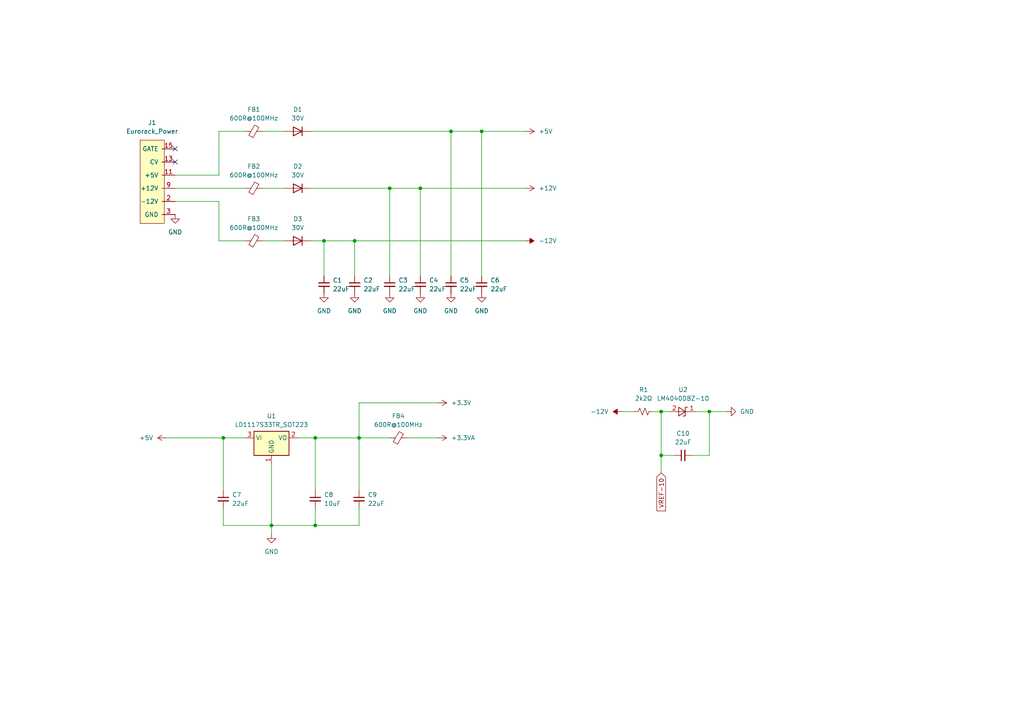
<source format=kicad_sch>
(kicad_sch
	(version 20231120)
	(generator "eeschema")
	(generator_version "8.0")
	(uuid "dc99cbb6-0af8-43e1-9168-05367c14d412")
	(paper "A4")
	(title_block
		(title "wh3lk Power Pack - Power Inputs")
		(date "2024-09-08")
		(rev "v2.0.0")
		(company "Portal Electronics")
	)
	(lib_symbols
		(symbol "Device:C_Small"
			(pin_numbers hide)
			(pin_names
				(offset 0.254) hide)
			(exclude_from_sim no)
			(in_bom yes)
			(on_board yes)
			(property "Reference" "C"
				(at 0.254 1.778 0)
				(effects
					(font
						(size 1.27 1.27)
					)
					(justify left)
				)
			)
			(property "Value" "C_Small"
				(at 0.254 -2.032 0)
				(effects
					(font
						(size 1.27 1.27)
					)
					(justify left)
				)
			)
			(property "Footprint" ""
				(at 0 0 0)
				(effects
					(font
						(size 1.27 1.27)
					)
					(hide yes)
				)
			)
			(property "Datasheet" "~"
				(at 0 0 0)
				(effects
					(font
						(size 1.27 1.27)
					)
					(hide yes)
				)
			)
			(property "Description" "Unpolarized capacitor, small symbol"
				(at 0 0 0)
				(effects
					(font
						(size 1.27 1.27)
					)
					(hide yes)
				)
			)
			(property "ki_keywords" "capacitor cap"
				(at 0 0 0)
				(effects
					(font
						(size 1.27 1.27)
					)
					(hide yes)
				)
			)
			(property "ki_fp_filters" "C_*"
				(at 0 0 0)
				(effects
					(font
						(size 1.27 1.27)
					)
					(hide yes)
				)
			)
			(symbol "C_Small_0_1"
				(polyline
					(pts
						(xy -1.524 -0.508) (xy 1.524 -0.508)
					)
					(stroke
						(width 0.3302)
						(type default)
					)
					(fill
						(type none)
					)
				)
				(polyline
					(pts
						(xy -1.524 0.508) (xy 1.524 0.508)
					)
					(stroke
						(width 0.3048)
						(type default)
					)
					(fill
						(type none)
					)
				)
			)
			(symbol "C_Small_1_1"
				(pin passive line
					(at 0 2.54 270)
					(length 2.032)
					(name "~"
						(effects
							(font
								(size 1.27 1.27)
							)
						)
					)
					(number "1"
						(effects
							(font
								(size 1.27 1.27)
							)
						)
					)
				)
				(pin passive line
					(at 0 -2.54 90)
					(length 2.032)
					(name "~"
						(effects
							(font
								(size 1.27 1.27)
							)
						)
					)
					(number "2"
						(effects
							(font
								(size 1.27 1.27)
							)
						)
					)
				)
			)
		)
		(symbol "Device:D"
			(pin_numbers hide)
			(pin_names
				(offset 1.016) hide)
			(exclude_from_sim no)
			(in_bom yes)
			(on_board yes)
			(property "Reference" "D"
				(at 0 2.54 0)
				(effects
					(font
						(size 1.27 1.27)
					)
				)
			)
			(property "Value" "D"
				(at 0 -2.54 0)
				(effects
					(font
						(size 1.27 1.27)
					)
				)
			)
			(property "Footprint" ""
				(at 0 0 0)
				(effects
					(font
						(size 1.27 1.27)
					)
					(hide yes)
				)
			)
			(property "Datasheet" "~"
				(at 0 0 0)
				(effects
					(font
						(size 1.27 1.27)
					)
					(hide yes)
				)
			)
			(property "Description" "Diode"
				(at 0 0 0)
				(effects
					(font
						(size 1.27 1.27)
					)
					(hide yes)
				)
			)
			(property "Sim.Device" "D"
				(at 0 0 0)
				(effects
					(font
						(size 1.27 1.27)
					)
					(hide yes)
				)
			)
			(property "Sim.Pins" "1=K 2=A"
				(at 0 0 0)
				(effects
					(font
						(size 1.27 1.27)
					)
					(hide yes)
				)
			)
			(property "ki_keywords" "diode"
				(at 0 0 0)
				(effects
					(font
						(size 1.27 1.27)
					)
					(hide yes)
				)
			)
			(property "ki_fp_filters" "TO-???* *_Diode_* *SingleDiode* D_*"
				(at 0 0 0)
				(effects
					(font
						(size 1.27 1.27)
					)
					(hide yes)
				)
			)
			(symbol "D_0_1"
				(polyline
					(pts
						(xy -1.27 1.27) (xy -1.27 -1.27)
					)
					(stroke
						(width 0.254)
						(type default)
					)
					(fill
						(type none)
					)
				)
				(polyline
					(pts
						(xy 1.27 0) (xy -1.27 0)
					)
					(stroke
						(width 0)
						(type default)
					)
					(fill
						(type none)
					)
				)
				(polyline
					(pts
						(xy 1.27 1.27) (xy 1.27 -1.27) (xy -1.27 0) (xy 1.27 1.27)
					)
					(stroke
						(width 0.254)
						(type default)
					)
					(fill
						(type none)
					)
				)
			)
			(symbol "D_1_1"
				(pin passive line
					(at -3.81 0 0)
					(length 2.54)
					(name "K"
						(effects
							(font
								(size 1.27 1.27)
							)
						)
					)
					(number "1"
						(effects
							(font
								(size 1.27 1.27)
							)
						)
					)
				)
				(pin passive line
					(at 3.81 0 180)
					(length 2.54)
					(name "A"
						(effects
							(font
								(size 1.27 1.27)
							)
						)
					)
					(number "2"
						(effects
							(font
								(size 1.27 1.27)
							)
						)
					)
				)
			)
		)
		(symbol "Device:FerriteBead_Small"
			(pin_numbers hide)
			(pin_names
				(offset 0)
			)
			(exclude_from_sim no)
			(in_bom yes)
			(on_board yes)
			(property "Reference" "FB"
				(at 1.905 1.27 0)
				(effects
					(font
						(size 1.27 1.27)
					)
					(justify left)
				)
			)
			(property "Value" "FerriteBead_Small"
				(at 1.905 -1.27 0)
				(effects
					(font
						(size 1.27 1.27)
					)
					(justify left)
				)
			)
			(property "Footprint" ""
				(at -1.778 0 90)
				(effects
					(font
						(size 1.27 1.27)
					)
					(hide yes)
				)
			)
			(property "Datasheet" "~"
				(at 0 0 0)
				(effects
					(font
						(size 1.27 1.27)
					)
					(hide yes)
				)
			)
			(property "Description" "Ferrite bead, small symbol"
				(at 0 0 0)
				(effects
					(font
						(size 1.27 1.27)
					)
					(hide yes)
				)
			)
			(property "ki_keywords" "L ferrite bead inductor filter"
				(at 0 0 0)
				(effects
					(font
						(size 1.27 1.27)
					)
					(hide yes)
				)
			)
			(property "ki_fp_filters" "Inductor_* L_* *Ferrite*"
				(at 0 0 0)
				(effects
					(font
						(size 1.27 1.27)
					)
					(hide yes)
				)
			)
			(symbol "FerriteBead_Small_0_1"
				(polyline
					(pts
						(xy 0 -1.27) (xy 0 -0.7874)
					)
					(stroke
						(width 0)
						(type default)
					)
					(fill
						(type none)
					)
				)
				(polyline
					(pts
						(xy 0 0.889) (xy 0 1.2954)
					)
					(stroke
						(width 0)
						(type default)
					)
					(fill
						(type none)
					)
				)
				(polyline
					(pts
						(xy -1.8288 0.2794) (xy -1.1176 1.4986) (xy 1.8288 -0.2032) (xy 1.1176 -1.4224) (xy -1.8288 0.2794)
					)
					(stroke
						(width 0)
						(type default)
					)
					(fill
						(type none)
					)
				)
			)
			(symbol "FerriteBead_Small_1_1"
				(pin passive line
					(at 0 2.54 270)
					(length 1.27)
					(name "~"
						(effects
							(font
								(size 1.27 1.27)
							)
						)
					)
					(number "1"
						(effects
							(font
								(size 1.27 1.27)
							)
						)
					)
				)
				(pin passive line
					(at 0 -2.54 90)
					(length 1.27)
					(name "~"
						(effects
							(font
								(size 1.27 1.27)
							)
						)
					)
					(number "2"
						(effects
							(font
								(size 1.27 1.27)
							)
						)
					)
				)
			)
		)
		(symbol "Device:R_Small_US"
			(pin_numbers hide)
			(pin_names
				(offset 0.254) hide)
			(exclude_from_sim no)
			(in_bom yes)
			(on_board yes)
			(property "Reference" "R"
				(at 0.762 0.508 0)
				(effects
					(font
						(size 1.27 1.27)
					)
					(justify left)
				)
			)
			(property "Value" "R_Small_US"
				(at 0.762 -1.016 0)
				(effects
					(font
						(size 1.27 1.27)
					)
					(justify left)
				)
			)
			(property "Footprint" ""
				(at 0 0 0)
				(effects
					(font
						(size 1.27 1.27)
					)
					(hide yes)
				)
			)
			(property "Datasheet" "~"
				(at 0 0 0)
				(effects
					(font
						(size 1.27 1.27)
					)
					(hide yes)
				)
			)
			(property "Description" "Resistor, small US symbol"
				(at 0 0 0)
				(effects
					(font
						(size 1.27 1.27)
					)
					(hide yes)
				)
			)
			(property "ki_keywords" "r resistor"
				(at 0 0 0)
				(effects
					(font
						(size 1.27 1.27)
					)
					(hide yes)
				)
			)
			(property "ki_fp_filters" "R_*"
				(at 0 0 0)
				(effects
					(font
						(size 1.27 1.27)
					)
					(hide yes)
				)
			)
			(symbol "R_Small_US_1_1"
				(polyline
					(pts
						(xy 0 0) (xy 1.016 -0.381) (xy 0 -0.762) (xy -1.016 -1.143) (xy 0 -1.524)
					)
					(stroke
						(width 0)
						(type default)
					)
					(fill
						(type none)
					)
				)
				(polyline
					(pts
						(xy 0 1.524) (xy 1.016 1.143) (xy 0 0.762) (xy -1.016 0.381) (xy 0 0)
					)
					(stroke
						(width 0)
						(type default)
					)
					(fill
						(type none)
					)
				)
				(pin passive line
					(at 0 2.54 270)
					(length 1.016)
					(name "~"
						(effects
							(font
								(size 1.27 1.27)
							)
						)
					)
					(number "1"
						(effects
							(font
								(size 1.27 1.27)
							)
						)
					)
				)
				(pin passive line
					(at 0 -2.54 90)
					(length 1.016)
					(name "~"
						(effects
							(font
								(size 1.27 1.27)
							)
						)
					)
					(number "2"
						(effects
							(font
								(size 1.27 1.27)
							)
						)
					)
				)
			)
		)
		(symbol "Regulator_Linear:LD1117S33TR_SOT223"
			(exclude_from_sim no)
			(in_bom yes)
			(on_board yes)
			(property "Reference" "U"
				(at -3.81 3.175 0)
				(effects
					(font
						(size 1.27 1.27)
					)
				)
			)
			(property "Value" "LD1117S33TR_SOT223"
				(at 0 3.175 0)
				(effects
					(font
						(size 1.27 1.27)
					)
					(justify left)
				)
			)
			(property "Footprint" "Package_TO_SOT_SMD:SOT-223-3_TabPin2"
				(at 0 5.08 0)
				(effects
					(font
						(size 1.27 1.27)
					)
					(hide yes)
				)
			)
			(property "Datasheet" "http://www.st.com/st-web-ui/static/active/en/resource/technical/document/datasheet/CD00000544.pdf"
				(at 2.54 -6.35 0)
				(effects
					(font
						(size 1.27 1.27)
					)
					(hide yes)
				)
			)
			(property "Description" "800mA Fixed Low Drop Positive Voltage Regulator, Fixed Output 3.3V, SOT-223"
				(at 0 0 0)
				(effects
					(font
						(size 1.27 1.27)
					)
					(hide yes)
				)
			)
			(property "ki_keywords" "REGULATOR LDO 3.3V"
				(at 0 0 0)
				(effects
					(font
						(size 1.27 1.27)
					)
					(hide yes)
				)
			)
			(property "ki_fp_filters" "SOT?223*TabPin2*"
				(at 0 0 0)
				(effects
					(font
						(size 1.27 1.27)
					)
					(hide yes)
				)
			)
			(symbol "LD1117S33TR_SOT223_0_1"
				(rectangle
					(start -5.08 -5.08)
					(end 5.08 1.905)
					(stroke
						(width 0.254)
						(type default)
					)
					(fill
						(type background)
					)
				)
			)
			(symbol "LD1117S33TR_SOT223_1_1"
				(pin power_in line
					(at 0 -7.62 90)
					(length 2.54)
					(name "GND"
						(effects
							(font
								(size 1.27 1.27)
							)
						)
					)
					(number "1"
						(effects
							(font
								(size 1.27 1.27)
							)
						)
					)
				)
				(pin power_out line
					(at 7.62 0 180)
					(length 2.54)
					(name "VO"
						(effects
							(font
								(size 1.27 1.27)
							)
						)
					)
					(number "2"
						(effects
							(font
								(size 1.27 1.27)
							)
						)
					)
				)
				(pin power_in line
					(at -7.62 0 0)
					(length 2.54)
					(name "VI"
						(effects
							(font
								(size 1.27 1.27)
							)
						)
					)
					(number "3"
						(effects
							(font
								(size 1.27 1.27)
							)
						)
					)
				)
			)
		)
		(symbol "power:+12V"
			(power)
			(pin_numbers hide)
			(pin_names
				(offset 0) hide)
			(exclude_from_sim no)
			(in_bom yes)
			(on_board yes)
			(property "Reference" "#PWR"
				(at 0 -3.81 0)
				(effects
					(font
						(size 1.27 1.27)
					)
					(hide yes)
				)
			)
			(property "Value" "+12V"
				(at 0 3.556 0)
				(effects
					(font
						(size 1.27 1.27)
					)
				)
			)
			(property "Footprint" ""
				(at 0 0 0)
				(effects
					(font
						(size 1.27 1.27)
					)
					(hide yes)
				)
			)
			(property "Datasheet" ""
				(at 0 0 0)
				(effects
					(font
						(size 1.27 1.27)
					)
					(hide yes)
				)
			)
			(property "Description" "Power symbol creates a global label with name \"+12V\""
				(at 0 0 0)
				(effects
					(font
						(size 1.27 1.27)
					)
					(hide yes)
				)
			)
			(property "ki_keywords" "global power"
				(at 0 0 0)
				(effects
					(font
						(size 1.27 1.27)
					)
					(hide yes)
				)
			)
			(symbol "+12V_0_1"
				(polyline
					(pts
						(xy -0.762 1.27) (xy 0 2.54)
					)
					(stroke
						(width 0)
						(type default)
					)
					(fill
						(type none)
					)
				)
				(polyline
					(pts
						(xy 0 0) (xy 0 2.54)
					)
					(stroke
						(width 0)
						(type default)
					)
					(fill
						(type none)
					)
				)
				(polyline
					(pts
						(xy 0 2.54) (xy 0.762 1.27)
					)
					(stroke
						(width 0)
						(type default)
					)
					(fill
						(type none)
					)
				)
			)
			(symbol "+12V_1_1"
				(pin power_in line
					(at 0 0 90)
					(length 0)
					(name "~"
						(effects
							(font
								(size 1.27 1.27)
							)
						)
					)
					(number "1"
						(effects
							(font
								(size 1.27 1.27)
							)
						)
					)
				)
			)
		)
		(symbol "power:+3.3V"
			(power)
			(pin_numbers hide)
			(pin_names
				(offset 0) hide)
			(exclude_from_sim no)
			(in_bom yes)
			(on_board yes)
			(property "Reference" "#PWR"
				(at 0 -3.81 0)
				(effects
					(font
						(size 1.27 1.27)
					)
					(hide yes)
				)
			)
			(property "Value" "+3.3V"
				(at 0 3.556 0)
				(effects
					(font
						(size 1.27 1.27)
					)
				)
			)
			(property "Footprint" ""
				(at 0 0 0)
				(effects
					(font
						(size 1.27 1.27)
					)
					(hide yes)
				)
			)
			(property "Datasheet" ""
				(at 0 0 0)
				(effects
					(font
						(size 1.27 1.27)
					)
					(hide yes)
				)
			)
			(property "Description" "Power symbol creates a global label with name \"+3.3V\""
				(at 0 0 0)
				(effects
					(font
						(size 1.27 1.27)
					)
					(hide yes)
				)
			)
			(property "ki_keywords" "global power"
				(at 0 0 0)
				(effects
					(font
						(size 1.27 1.27)
					)
					(hide yes)
				)
			)
			(symbol "+3.3V_0_1"
				(polyline
					(pts
						(xy -0.762 1.27) (xy 0 2.54)
					)
					(stroke
						(width 0)
						(type default)
					)
					(fill
						(type none)
					)
				)
				(polyline
					(pts
						(xy 0 0) (xy 0 2.54)
					)
					(stroke
						(width 0)
						(type default)
					)
					(fill
						(type none)
					)
				)
				(polyline
					(pts
						(xy 0 2.54) (xy 0.762 1.27)
					)
					(stroke
						(width 0)
						(type default)
					)
					(fill
						(type none)
					)
				)
			)
			(symbol "+3.3V_1_1"
				(pin power_in line
					(at 0 0 90)
					(length 0)
					(name "~"
						(effects
							(font
								(size 1.27 1.27)
							)
						)
					)
					(number "1"
						(effects
							(font
								(size 1.27 1.27)
							)
						)
					)
				)
			)
		)
		(symbol "power:+3.3VA"
			(power)
			(pin_numbers hide)
			(pin_names
				(offset 0) hide)
			(exclude_from_sim no)
			(in_bom yes)
			(on_board yes)
			(property "Reference" "#PWR"
				(at 0 -3.81 0)
				(effects
					(font
						(size 1.27 1.27)
					)
					(hide yes)
				)
			)
			(property "Value" "+3.3VA"
				(at 0 3.556 0)
				(effects
					(font
						(size 1.27 1.27)
					)
				)
			)
			(property "Footprint" ""
				(at 0 0 0)
				(effects
					(font
						(size 1.27 1.27)
					)
					(hide yes)
				)
			)
			(property "Datasheet" ""
				(at 0 0 0)
				(effects
					(font
						(size 1.27 1.27)
					)
					(hide yes)
				)
			)
			(property "Description" "Power symbol creates a global label with name \"+3.3VA\""
				(at 0 0 0)
				(effects
					(font
						(size 1.27 1.27)
					)
					(hide yes)
				)
			)
			(property "ki_keywords" "global power"
				(at 0 0 0)
				(effects
					(font
						(size 1.27 1.27)
					)
					(hide yes)
				)
			)
			(symbol "+3.3VA_0_1"
				(polyline
					(pts
						(xy -0.762 1.27) (xy 0 2.54)
					)
					(stroke
						(width 0)
						(type default)
					)
					(fill
						(type none)
					)
				)
				(polyline
					(pts
						(xy 0 0) (xy 0 2.54)
					)
					(stroke
						(width 0)
						(type default)
					)
					(fill
						(type none)
					)
				)
				(polyline
					(pts
						(xy 0 2.54) (xy 0.762 1.27)
					)
					(stroke
						(width 0)
						(type default)
					)
					(fill
						(type none)
					)
				)
			)
			(symbol "+3.3VA_1_1"
				(pin power_in line
					(at 0 0 90)
					(length 0)
					(name "~"
						(effects
							(font
								(size 1.27 1.27)
							)
						)
					)
					(number "1"
						(effects
							(font
								(size 1.27 1.27)
							)
						)
					)
				)
			)
		)
		(symbol "power:+5V"
			(power)
			(pin_numbers hide)
			(pin_names
				(offset 0) hide)
			(exclude_from_sim no)
			(in_bom yes)
			(on_board yes)
			(property "Reference" "#PWR"
				(at 0 -3.81 0)
				(effects
					(font
						(size 1.27 1.27)
					)
					(hide yes)
				)
			)
			(property "Value" "+5V"
				(at 0 3.556 0)
				(effects
					(font
						(size 1.27 1.27)
					)
				)
			)
			(property "Footprint" ""
				(at 0 0 0)
				(effects
					(font
						(size 1.27 1.27)
					)
					(hide yes)
				)
			)
			(property "Datasheet" ""
				(at 0 0 0)
				(effects
					(font
						(size 1.27 1.27)
					)
					(hide yes)
				)
			)
			(property "Description" "Power symbol creates a global label with name \"+5V\""
				(at 0 0 0)
				(effects
					(font
						(size 1.27 1.27)
					)
					(hide yes)
				)
			)
			(property "ki_keywords" "global power"
				(at 0 0 0)
				(effects
					(font
						(size 1.27 1.27)
					)
					(hide yes)
				)
			)
			(symbol "+5V_0_1"
				(polyline
					(pts
						(xy -0.762 1.27) (xy 0 2.54)
					)
					(stroke
						(width 0)
						(type default)
					)
					(fill
						(type none)
					)
				)
				(polyline
					(pts
						(xy 0 0) (xy 0 2.54)
					)
					(stroke
						(width 0)
						(type default)
					)
					(fill
						(type none)
					)
				)
				(polyline
					(pts
						(xy 0 2.54) (xy 0.762 1.27)
					)
					(stroke
						(width 0)
						(type default)
					)
					(fill
						(type none)
					)
				)
			)
			(symbol "+5V_1_1"
				(pin power_in line
					(at 0 0 90)
					(length 0)
					(name "~"
						(effects
							(font
								(size 1.27 1.27)
							)
						)
					)
					(number "1"
						(effects
							(font
								(size 1.27 1.27)
							)
						)
					)
				)
			)
		)
		(symbol "power:-12V"
			(power)
			(pin_numbers hide)
			(pin_names
				(offset 0) hide)
			(exclude_from_sim no)
			(in_bom yes)
			(on_board yes)
			(property "Reference" "#PWR"
				(at 0 -3.81 0)
				(effects
					(font
						(size 1.27 1.27)
					)
					(hide yes)
				)
			)
			(property "Value" "-12V"
				(at 0 3.556 0)
				(effects
					(font
						(size 1.27 1.27)
					)
				)
			)
			(property "Footprint" ""
				(at 0 0 0)
				(effects
					(font
						(size 1.27 1.27)
					)
					(hide yes)
				)
			)
			(property "Datasheet" ""
				(at 0 0 0)
				(effects
					(font
						(size 1.27 1.27)
					)
					(hide yes)
				)
			)
			(property "Description" "Power symbol creates a global label with name \"-12V\""
				(at 0 0 0)
				(effects
					(font
						(size 1.27 1.27)
					)
					(hide yes)
				)
			)
			(property "ki_keywords" "global power"
				(at 0 0 0)
				(effects
					(font
						(size 1.27 1.27)
					)
					(hide yes)
				)
			)
			(symbol "-12V_0_0"
				(pin power_in line
					(at 0 0 90)
					(length 0)
					(name "~"
						(effects
							(font
								(size 1.27 1.27)
							)
						)
					)
					(number "1"
						(effects
							(font
								(size 1.27 1.27)
							)
						)
					)
				)
			)
			(symbol "-12V_0_1"
				(polyline
					(pts
						(xy 0 0) (xy 0 1.27) (xy 0.762 1.27) (xy 0 2.54) (xy -0.762 1.27) (xy 0 1.27)
					)
					(stroke
						(width 0)
						(type default)
					)
					(fill
						(type outline)
					)
				)
			)
		)
		(symbol "power:GND"
			(power)
			(pin_numbers hide)
			(pin_names
				(offset 0) hide)
			(exclude_from_sim no)
			(in_bom yes)
			(on_board yes)
			(property "Reference" "#PWR"
				(at 0 -6.35 0)
				(effects
					(font
						(size 1.27 1.27)
					)
					(hide yes)
				)
			)
			(property "Value" "GND"
				(at 0 -3.81 0)
				(effects
					(font
						(size 1.27 1.27)
					)
				)
			)
			(property "Footprint" ""
				(at 0 0 0)
				(effects
					(font
						(size 1.27 1.27)
					)
					(hide yes)
				)
			)
			(property "Datasheet" ""
				(at 0 0 0)
				(effects
					(font
						(size 1.27 1.27)
					)
					(hide yes)
				)
			)
			(property "Description" "Power symbol creates a global label with name \"GND\" , ground"
				(at 0 0 0)
				(effects
					(font
						(size 1.27 1.27)
					)
					(hide yes)
				)
			)
			(property "ki_keywords" "global power"
				(at 0 0 0)
				(effects
					(font
						(size 1.27 1.27)
					)
					(hide yes)
				)
			)
			(symbol "GND_0_1"
				(polyline
					(pts
						(xy 0 0) (xy 0 -1.27) (xy 1.27 -1.27) (xy 0 -2.54) (xy -1.27 -1.27) (xy 0 -1.27)
					)
					(stroke
						(width 0)
						(type default)
					)
					(fill
						(type none)
					)
				)
			)
			(symbol "GND_1_1"
				(pin power_in line
					(at 0 0 270)
					(length 0)
					(name "~"
						(effects
							(font
								(size 1.27 1.27)
							)
						)
					)
					(number "1"
						(effects
							(font
								(size 1.27 1.27)
							)
						)
					)
				)
			)
		)
		(symbol "winterbloom:Eurorack_Power_02x08_Pin_12v_5v"
			(pin_names
				(offset 1.016)
			)
			(exclude_from_sim no)
			(in_bom yes)
			(on_board yes)
			(property "Reference" "J"
				(at -0.762 8.89 0)
				(effects
					(font
						(size 1.27 1.27)
					)
				)
			)
			(property "Value" "Eurorack_Power"
				(at 0.254 -19.304 0)
				(effects
					(font
						(size 1.27 1.27)
					)
				)
			)
			(property "Footprint" "winterbloom:Eurorack_Power_02x08_Shrouded_Lock"
				(at 0 11.43 0)
				(effects
					(font
						(size 1.27 1.27)
					)
					(hide yes)
				)
			)
			(property "Datasheet" "https://static6.arrow.com/aropdfconversion/1507f1621f4e67855dd466ebb3ac550d52564a9d/32302-sxx1.pdf"
				(at 1.778 -24.638 0)
				(effects
					(font
						(size 1.27 1.27)
					)
					(hide yes)
				)
			)
			(property "Description" "Shrouded, keyed, Eurorack power header, 02x08, 2.54mm spacing"
				(at 0.254 -22.352 0)
				(effects
					(font
						(size 1.27 1.27)
					)
					(hide yes)
				)
			)
			(property "MPN" "302-S101"
				(at 0 13.97 0)
				(effects
					(font
						(size 1.27 1.27)
					)
					(hide yes)
				)
			)
			(property "ki_keywords" "eurorack power"
				(at 0 0 0)
				(effects
					(font
						(size 1.27 1.27)
					)
					(hide yes)
				)
			)
			(symbol "Eurorack_Power_02x08_Pin_12v_5v_0_1"
				(rectangle
					(start -2.54 7.62)
					(end 4.445 -16.51)
					(stroke
						(width 0)
						(type default)
					)
					(fill
						(type background)
					)
				)
			)
			(symbol "Eurorack_Power_02x08_Pin_12v_5v_1_1"
				(pin power_out line
					(at 7.62 -1.27 180)
					(length 3.81) hide
					(name "-12V"
						(effects
							(font
								(size 1.27 1.27)
							)
						)
					)
					(number "1"
						(effects
							(font
								(size 1.27 1.27)
							)
						)
					)
				)
				(pin passive line
					(at 7.62 2.54 180)
					(length 3.81) hide
					(name "+12V"
						(effects
							(font
								(size 1.27 1.27)
							)
						)
					)
					(number "10"
						(effects
							(font
								(size 1.27 1.27)
							)
						)
					)
				)
				(pin power_out line
					(at 7.62 -2.54 180)
					(length 3.81)
					(name "+5V"
						(effects
							(font
								(size 1.27 1.27)
							)
						)
					)
					(number "11"
						(effects
							(font
								(size 1.27 1.27)
							)
						)
					)
				)
				(pin passive line
					(at 7.62 1.27 180)
					(length 3.81)
					(name "CV"
						(effects
							(font
								(size 1.27 1.27)
							)
						)
					)
					(number "13"
						(effects
							(font
								(size 1.27 1.27)
							)
						)
					)
				)
				(pin passive line
					(at 7.62 5.08 180)
					(length 3.81)
					(name "GATE"
						(effects
							(font
								(size 1.27 1.27)
							)
						)
					)
					(number "15"
						(effects
							(font
								(size 1.27 1.27)
							)
						)
					)
				)
				(pin passive line
					(at 7.62 -10.16 180)
					(length 3.81)
					(name "-12V"
						(effects
							(font
								(size 1.27 1.27)
							)
						)
					)
					(number "2"
						(effects
							(font
								(size 1.27 1.27)
							)
						)
					)
				)
				(pin power_out line
					(at 7.62 -13.97 180)
					(length 3.81)
					(name "GND"
						(effects
							(font
								(size 1.27 1.27)
							)
						)
					)
					(number "3"
						(effects
							(font
								(size 1.27 1.27)
							)
						)
					)
				)
				(pin passive line
					(at 7.62 -5.08 180)
					(length 3.81) hide
					(name "GND"
						(effects
							(font
								(size 1.27 1.27)
							)
						)
					)
					(number "4"
						(effects
							(font
								(size 1.27 1.27)
							)
						)
					)
				)
				(pin passive line
					(at 7.62 -5.08 180)
					(length 3.81) hide
					(name "GND"
						(effects
							(font
								(size 1.27 1.27)
							)
						)
					)
					(number "5"
						(effects
							(font
								(size 1.27 1.27)
							)
						)
					)
				)
				(pin passive line
					(at 7.62 -5.08 180)
					(length 3.81) hide
					(name "GND"
						(effects
							(font
								(size 1.27 1.27)
							)
						)
					)
					(number "6"
						(effects
							(font
								(size 1.27 1.27)
							)
						)
					)
				)
				(pin passive line
					(at 7.62 -5.08 180)
					(length 3.81) hide
					(name "GND"
						(effects
							(font
								(size 1.27 1.27)
							)
						)
					)
					(number "7"
						(effects
							(font
								(size 1.27 1.27)
							)
						)
					)
				)
				(pin passive line
					(at 7.62 -5.08 180)
					(length 3.81) hide
					(name "GND"
						(effects
							(font
								(size 1.27 1.27)
							)
						)
					)
					(number "8"
						(effects
							(font
								(size 1.27 1.27)
							)
						)
					)
				)
				(pin power_out line
					(at 7.62 -6.35 180)
					(length 3.81)
					(name "+12V"
						(effects
							(font
								(size 1.27 1.27)
							)
						)
					)
					(number "9"
						(effects
							(font
								(size 1.27 1.27)
							)
						)
					)
				)
			)
		)
		(symbol "winterbloom:LM4040DBZ-10"
			(pin_names
				(offset 0.0254) hide)
			(exclude_from_sim no)
			(in_bom yes)
			(on_board yes)
			(property "Reference" "U1"
				(at -2.54 1.27 90)
				(effects
					(font
						(size 1.27 1.27)
					)
					(justify right)
				)
			)
			(property "Value" "LM4040DBZ-10"
				(at -2.54 -1.27 90)
				(effects
					(font
						(size 1.27 1.27)
					)
					(justify right)
				)
			)
			(property "Footprint" "Package_TO_SOT_SMD:SOT-23"
				(at 0 5.08 0)
				(effects
					(font
						(size 1.27 1.27)
						(italic yes)
					)
					(hide yes)
				)
			)
			(property "Datasheet" "http://www.ti.com/lit/ds/symlink/lm4040-n.pdf"
				(at 0 0 0)
				(effects
					(font
						(size 1.27 1.27)
						(italic yes)
					)
					(hide yes)
				)
			)
			(property "Description" "10.00V Precision Micropower Shunt Voltage Reference, SOT-23"
				(at 0 0 0)
				(effects
					(font
						(size 1.27 1.27)
					)
					(hide yes)
				)
			)
			(property "MPN" "LM4040DIM3-10.0/NOPB"
				(at 0 0 0)
				(effects
					(font
						(size 1.27 1.27)
					)
					(hide yes)
				)
			)
			(property "ki_keywords" "diode device voltage reference shunt"
				(at 0 0 0)
				(effects
					(font
						(size 1.27 1.27)
					)
					(hide yes)
				)
			)
			(property "ki_fp_filters" "SOT?23*"
				(at 0 0 0)
				(effects
					(font
						(size 1.27 1.27)
					)
					(hide yes)
				)
			)
			(symbol "LM4040DBZ-10_0_0"
				(pin no_connect line
					(at 0 0 270)
					(length 2.54) hide
					(name "NC"
						(effects
							(font
								(size 1.27 1.27)
							)
						)
					)
					(number "3"
						(effects
							(font
								(size 1.27 1.27)
							)
						)
					)
				)
			)
			(symbol "LM4040DBZ-10_0_1"
				(polyline
					(pts
						(xy -1.27 0) (xy 0 0) (xy 1.27 0)
					)
					(stroke
						(width 0)
						(type default)
					)
					(fill
						(type none)
					)
				)
				(polyline
					(pts
						(xy -1.27 -1.27) (xy 0.635 0) (xy -1.27 1.27) (xy -1.27 -1.27)
					)
					(stroke
						(width 0.2032)
						(type default)
					)
					(fill
						(type none)
					)
				)
				(polyline
					(pts
						(xy 0 -1.27) (xy 0.635 -1.27) (xy 0.635 1.27) (xy 1.27 1.27)
					)
					(stroke
						(width 0.2032)
						(type default)
					)
					(fill
						(type none)
					)
				)
			)
			(symbol "LM4040DBZ-10_1_1"
				(pin passive line
					(at 3.81 0 180)
					(length 2.54)
					(name "K"
						(effects
							(font
								(size 1.27 1.27)
							)
						)
					)
					(number "1"
						(effects
							(font
								(size 1.27 1.27)
							)
						)
					)
				)
				(pin passive line
					(at -3.81 0 0)
					(length 2.54)
					(name "A"
						(effects
							(font
								(size 1.27 1.27)
							)
						)
					)
					(number "2"
						(effects
							(font
								(size 1.27 1.27)
							)
						)
					)
				)
			)
		)
	)
	(junction
		(at 130.81 38.1)
		(diameter 0)
		(color 0 0 0 0)
		(uuid "26d8d61b-71ae-4968-904b-ef95f316cd1e")
	)
	(junction
		(at 102.87 69.85)
		(diameter 0)
		(color 0 0 0 0)
		(uuid "5f53094d-4c08-4c4c-a9b5-fda629f56f7c")
	)
	(junction
		(at 113.03 54.61)
		(diameter 0)
		(color 0 0 0 0)
		(uuid "646fb22c-8715-40b6-82da-29635f396c87")
	)
	(junction
		(at 191.77 119.38)
		(diameter 0)
		(color 0 0 0 0)
		(uuid "6f536f49-c1c9-443d-aa72-c79db5da9024")
	)
	(junction
		(at 93.98 69.85)
		(diameter 0)
		(color 0 0 0 0)
		(uuid "71d6a391-eb52-4beb-aeb8-ad158cd4ea37")
	)
	(junction
		(at 191.77 132.08)
		(diameter 0)
		(color 0 0 0 0)
		(uuid "75294490-d6af-4351-a1eb-7c54517be470")
	)
	(junction
		(at 121.92 54.61)
		(diameter 0)
		(color 0 0 0 0)
		(uuid "78abd694-a7b7-41ec-8033-b5255ba7c117")
	)
	(junction
		(at 64.77 127)
		(diameter 0)
		(color 0 0 0 0)
		(uuid "7bc8cea6-8de0-42b7-870c-bb80647f8548")
	)
	(junction
		(at 91.44 127)
		(diameter 0)
		(color 0 0 0 0)
		(uuid "8311ce75-bbf0-464c-a693-7ea65fe7823d")
	)
	(junction
		(at 91.44 152.4)
		(diameter 0)
		(color 0 0 0 0)
		(uuid "8868f1cf-d940-4083-aa48-ac333710416f")
	)
	(junction
		(at 205.74 119.38)
		(diameter 0)
		(color 0 0 0 0)
		(uuid "acfe7312-92e7-4b5c-9198-c78556450d36")
	)
	(junction
		(at 139.7 38.1)
		(diameter 0)
		(color 0 0 0 0)
		(uuid "caad754c-ca85-4146-8b7f-0226ea630383")
	)
	(junction
		(at 104.14 127)
		(diameter 0)
		(color 0 0 0 0)
		(uuid "d1b61975-8026-42b8-9508-12cc0ddc7081")
	)
	(junction
		(at 78.74 152.4)
		(diameter 0)
		(color 0 0 0 0)
		(uuid "d935a74b-632e-43e3-9510-761b8d566965")
	)
	(no_connect
		(at 50.8 43.18)
		(uuid "c3e982f6-e9d4-4071-a1fa-aa9a0cbbfa49")
	)
	(no_connect
		(at 50.8 46.99)
		(uuid "e73d3563-911c-4414-bd0b-a6ab6388460e")
	)
	(wire
		(pts
			(xy 93.98 69.85) (xy 93.98 80.01)
		)
		(stroke
			(width 0)
			(type default)
		)
		(uuid "0b33cee8-7fa6-4c16-af54-5fa650ec5009")
	)
	(wire
		(pts
			(xy 50.8 58.42) (xy 63.5 58.42)
		)
		(stroke
			(width 0)
			(type default)
		)
		(uuid "0b823445-9e9a-4bc2-a7f0-9edf29aff3ae")
	)
	(wire
		(pts
			(xy 63.5 58.42) (xy 63.5 69.85)
		)
		(stroke
			(width 0)
			(type default)
		)
		(uuid "1b6aefe6-c0c3-4e27-a5a9-18344ea64af9")
	)
	(wire
		(pts
			(xy 91.44 127) (xy 104.14 127)
		)
		(stroke
			(width 0)
			(type default)
		)
		(uuid "31453f93-8810-4bb8-a947-2b49d3c95329")
	)
	(wire
		(pts
			(xy 205.74 119.38) (xy 210.82 119.38)
		)
		(stroke
			(width 0)
			(type default)
		)
		(uuid "33e491a7-3653-4bfd-bdb0-1c1665918a81")
	)
	(wire
		(pts
			(xy 180.34 119.38) (xy 184.15 119.38)
		)
		(stroke
			(width 0)
			(type default)
		)
		(uuid "375d3ffb-d0fe-411f-bdc5-f17903a94656")
	)
	(wire
		(pts
			(xy 130.81 38.1) (xy 139.7 38.1)
		)
		(stroke
			(width 0)
			(type default)
		)
		(uuid "3f726bc8-7262-4e63-b8e8-117ad1bdc208")
	)
	(wire
		(pts
			(xy 191.77 132.08) (xy 191.77 137.16)
		)
		(stroke
			(width 0)
			(type default)
		)
		(uuid "41ab151e-4ced-4bb2-973c-308850084107")
	)
	(wire
		(pts
			(xy 104.14 127) (xy 113.03 127)
		)
		(stroke
			(width 0)
			(type default)
		)
		(uuid "442ec16f-e00c-417a-a375-b232cff53bbf")
	)
	(wire
		(pts
			(xy 104.14 116.84) (xy 104.14 127)
		)
		(stroke
			(width 0)
			(type default)
		)
		(uuid "57606778-86c6-47a3-afe5-97239423b48d")
	)
	(wire
		(pts
			(xy 78.74 152.4) (xy 78.74 154.94)
		)
		(stroke
			(width 0)
			(type default)
		)
		(uuid "57e8a421-b489-4266-8280-e29bd6790c37")
	)
	(wire
		(pts
			(xy 76.2 69.85) (xy 82.55 69.85)
		)
		(stroke
			(width 0)
			(type default)
		)
		(uuid "589d9245-d597-45cd-b8b6-7436b202b177")
	)
	(wire
		(pts
			(xy 64.77 127) (xy 64.77 142.24)
		)
		(stroke
			(width 0)
			(type default)
		)
		(uuid "58f5891a-774d-440a-93ce-22b8a9fa64a3")
	)
	(wire
		(pts
			(xy 104.14 127) (xy 104.14 142.24)
		)
		(stroke
			(width 0)
			(type default)
		)
		(uuid "5a59f73e-56f6-4d24-a04d-5eef00ff3a94")
	)
	(wire
		(pts
			(xy 91.44 147.32) (xy 91.44 152.4)
		)
		(stroke
			(width 0)
			(type default)
		)
		(uuid "689eb634-390b-4de3-941d-caaefd612f22")
	)
	(wire
		(pts
			(xy 113.03 54.61) (xy 113.03 80.01)
		)
		(stroke
			(width 0)
			(type default)
		)
		(uuid "6da09aa2-4da7-4eb2-8db8-cf4c24cbc0f0")
	)
	(wire
		(pts
			(xy 113.03 54.61) (xy 121.92 54.61)
		)
		(stroke
			(width 0)
			(type default)
		)
		(uuid "7463ceac-54c0-4d80-bed7-69bbd2f7f732")
	)
	(wire
		(pts
			(xy 50.8 54.61) (xy 71.12 54.61)
		)
		(stroke
			(width 0)
			(type default)
		)
		(uuid "7849a380-3fe3-416f-9a7f-f4725fca1434")
	)
	(wire
		(pts
			(xy 201.93 119.38) (xy 205.74 119.38)
		)
		(stroke
			(width 0)
			(type default)
		)
		(uuid "7a80fb0f-1f48-46b1-84be-fc4dae4aae71")
	)
	(wire
		(pts
			(xy 63.5 69.85) (xy 71.12 69.85)
		)
		(stroke
			(width 0)
			(type default)
		)
		(uuid "7aedae1c-dbe5-4ca4-b29a-618efb742c91")
	)
	(wire
		(pts
			(xy 91.44 152.4) (xy 104.14 152.4)
		)
		(stroke
			(width 0)
			(type default)
		)
		(uuid "7ce7a90f-5b9b-4b0a-9ad3-f2a818a17d8b")
	)
	(wire
		(pts
			(xy 63.5 38.1) (xy 71.12 38.1)
		)
		(stroke
			(width 0)
			(type default)
		)
		(uuid "86c59cbb-3dc2-4b53-9c2c-e035b2dd4ad2")
	)
	(wire
		(pts
			(xy 191.77 119.38) (xy 191.77 132.08)
		)
		(stroke
			(width 0)
			(type default)
		)
		(uuid "8bef7490-012e-4777-b792-d305076ed238")
	)
	(wire
		(pts
			(xy 76.2 38.1) (xy 82.55 38.1)
		)
		(stroke
			(width 0)
			(type default)
		)
		(uuid "8bf511dc-cc4d-4761-bc52-1e20a5862dfb")
	)
	(wire
		(pts
			(xy 104.14 147.32) (xy 104.14 152.4)
		)
		(stroke
			(width 0)
			(type default)
		)
		(uuid "8ce59f8e-c225-4111-a78c-0ca5bffebbd2")
	)
	(wire
		(pts
			(xy 90.17 54.61) (xy 113.03 54.61)
		)
		(stroke
			(width 0)
			(type default)
		)
		(uuid "8e542c71-0797-424c-b2dc-2b63bbe006a3")
	)
	(wire
		(pts
			(xy 64.77 147.32) (xy 64.77 152.4)
		)
		(stroke
			(width 0)
			(type default)
		)
		(uuid "8f531053-834f-4aa6-b47b-81fa69b80ce0")
	)
	(wire
		(pts
			(xy 139.7 38.1) (xy 152.4 38.1)
		)
		(stroke
			(width 0)
			(type default)
		)
		(uuid "97f94f07-64f9-47d2-9af1-12d040400aac")
	)
	(wire
		(pts
			(xy 102.87 69.85) (xy 102.87 80.01)
		)
		(stroke
			(width 0)
			(type default)
		)
		(uuid "9eb37854-3524-4245-80c7-e9e0cf2570b0")
	)
	(wire
		(pts
			(xy 127 116.84) (xy 104.14 116.84)
		)
		(stroke
			(width 0)
			(type default)
		)
		(uuid "9f747254-9373-4e76-ba53-794e73fbaf4d")
	)
	(wire
		(pts
			(xy 63.5 50.8) (xy 63.5 38.1)
		)
		(stroke
			(width 0)
			(type default)
		)
		(uuid "9fb1bdb0-80b6-4246-9c9f-1d38e6cbbf53")
	)
	(wire
		(pts
			(xy 191.77 132.08) (xy 195.58 132.08)
		)
		(stroke
			(width 0)
			(type default)
		)
		(uuid "b24d7a4f-cb57-4169-bede-f590090df7c7")
	)
	(wire
		(pts
			(xy 102.87 69.85) (xy 152.4 69.85)
		)
		(stroke
			(width 0)
			(type default)
		)
		(uuid "bdf83cd8-c5cb-4e8a-b01a-ad3b82cab2e2")
	)
	(wire
		(pts
			(xy 91.44 152.4) (xy 78.74 152.4)
		)
		(stroke
			(width 0)
			(type default)
		)
		(uuid "c1413bff-e9fd-4bb5-994d-13d684ea3183")
	)
	(wire
		(pts
			(xy 86.36 127) (xy 91.44 127)
		)
		(stroke
			(width 0)
			(type default)
		)
		(uuid "c268a6d1-d061-40b7-87ad-a164e6f7b123")
	)
	(wire
		(pts
			(xy 76.2 54.61) (xy 82.55 54.61)
		)
		(stroke
			(width 0)
			(type default)
		)
		(uuid "c4144b50-62ce-47c2-b0fc-1751e5c15093")
	)
	(wire
		(pts
			(xy 191.77 119.38) (xy 194.31 119.38)
		)
		(stroke
			(width 0)
			(type default)
		)
		(uuid "c8e58dab-9b01-48de-95e1-9dc004918177")
	)
	(wire
		(pts
			(xy 64.77 152.4) (xy 78.74 152.4)
		)
		(stroke
			(width 0)
			(type default)
		)
		(uuid "c9c9ba83-0f3b-44aa-9237-12887a7a506b")
	)
	(wire
		(pts
			(xy 48.26 127) (xy 64.77 127)
		)
		(stroke
			(width 0)
			(type default)
		)
		(uuid "cae27280-d2a9-4ba5-8893-a314d31174de")
	)
	(wire
		(pts
			(xy 121.92 54.61) (xy 152.4 54.61)
		)
		(stroke
			(width 0)
			(type default)
		)
		(uuid "cb851e98-512f-4dde-9089-b81484c7aabf")
	)
	(wire
		(pts
			(xy 50.8 50.8) (xy 63.5 50.8)
		)
		(stroke
			(width 0)
			(type default)
		)
		(uuid "ceb63f1a-0653-4cfb-bdbe-87d4b754129c")
	)
	(wire
		(pts
			(xy 205.74 132.08) (xy 205.74 119.38)
		)
		(stroke
			(width 0)
			(type default)
		)
		(uuid "d023a789-d65a-4da7-af4c-085ff429a291")
	)
	(wire
		(pts
			(xy 91.44 127) (xy 91.44 142.24)
		)
		(stroke
			(width 0)
			(type default)
		)
		(uuid "d2e90b3d-824e-428a-8639-5701b649f493")
	)
	(wire
		(pts
			(xy 78.74 134.62) (xy 78.74 152.4)
		)
		(stroke
			(width 0)
			(type default)
		)
		(uuid "d63a2717-629b-46c0-a4dc-15cd40124de2")
	)
	(wire
		(pts
			(xy 64.77 127) (xy 71.12 127)
		)
		(stroke
			(width 0)
			(type default)
		)
		(uuid "dcb71f62-7149-49a0-b8fc-2113eaa99e1f")
	)
	(wire
		(pts
			(xy 200.66 132.08) (xy 205.74 132.08)
		)
		(stroke
			(width 0)
			(type default)
		)
		(uuid "e71e837a-2cda-48fd-b823-1ecd6372c0ca")
	)
	(wire
		(pts
			(xy 90.17 69.85) (xy 93.98 69.85)
		)
		(stroke
			(width 0)
			(type default)
		)
		(uuid "ebeb62df-efe6-4d50-b3c5-8a9ce49cd523")
	)
	(wire
		(pts
			(xy 93.98 69.85) (xy 102.87 69.85)
		)
		(stroke
			(width 0)
			(type default)
		)
		(uuid "ed2bd36e-bb85-4488-ad77-ab1f7b4b9095")
	)
	(wire
		(pts
			(xy 90.17 38.1) (xy 130.81 38.1)
		)
		(stroke
			(width 0)
			(type default)
		)
		(uuid "f07ab482-d2a6-4142-a975-797f6a1a72d1")
	)
	(wire
		(pts
			(xy 139.7 38.1) (xy 139.7 80.01)
		)
		(stroke
			(width 0)
			(type default)
		)
		(uuid "f0a6fdf3-cd39-4743-8325-0dad7a0ee58c")
	)
	(wire
		(pts
			(xy 130.81 38.1) (xy 130.81 80.01)
		)
		(stroke
			(width 0)
			(type default)
		)
		(uuid "f24fd249-f3d4-4588-9626-fd8124e8404a")
	)
	(wire
		(pts
			(xy 118.11 127) (xy 127 127)
		)
		(stroke
			(width 0)
			(type default)
		)
		(uuid "fb5dabaa-81c7-41a3-a59f-941a080dd4ed")
	)
	(wire
		(pts
			(xy 121.92 54.61) (xy 121.92 80.01)
		)
		(stroke
			(width 0)
			(type default)
		)
		(uuid "fbb80fe2-2184-4aab-af35-58a6489f516a")
	)
	(wire
		(pts
			(xy 189.23 119.38) (xy 191.77 119.38)
		)
		(stroke
			(width 0)
			(type default)
		)
		(uuid "fcefdcfa-c860-458a-adae-25bb040abae8")
	)
	(global_label "VREF-10"
		(shape input)
		(at 191.77 137.16 270)
		(fields_autoplaced yes)
		(effects
			(font
				(size 1.27 1.27)
			)
			(justify right)
		)
		(uuid "370f106b-a29a-4496-a2ae-f26d959ac518")
		(property "Intersheetrefs" "${INTERSHEET_REFS}"
			(at 191.77 146.1414 90)
			(effects
				(font
					(size 1.27 1.27)
				)
				(justify right)
				(hide yes)
			)
		)
	)
	(symbol
		(lib_id "winterbloom:LM4040DBZ-10")
		(at 198.12 119.38 0)
		(unit 1)
		(exclude_from_sim no)
		(in_bom yes)
		(on_board yes)
		(dnp no)
		(fields_autoplaced yes)
		(uuid "05213fbd-f1a9-41ac-ab8b-72000c8bcc5c")
		(property "Reference" "U2"
			(at 198.12 113.03 0)
			(effects
				(font
					(size 1.27 1.27)
				)
			)
		)
		(property "Value" "LM4040DBZ-10"
			(at 198.12 115.57 0)
			(effects
				(font
					(size 1.27 1.27)
				)
			)
		)
		(property "Footprint" "Package_TO_SOT_SMD:SOT-23"
			(at 198.12 114.3 0)
			(effects
				(font
					(size 1.27 1.27)
					(italic yes)
				)
				(hide yes)
			)
		)
		(property "Datasheet" "http://www.ti.com/lit/ds/symlink/lm4040-n.pdf"
			(at 198.12 119.38 0)
			(effects
				(font
					(size 1.27 1.27)
					(italic yes)
				)
				(hide yes)
			)
		)
		(property "Description" "10.00V Precision Micropower Shunt Voltage Reference, SOT-23"
			(at 198.12 119.38 0)
			(effects
				(font
					(size 1.27 1.27)
				)
				(hide yes)
			)
		)
		(property "MPN" "LM4040DIM3-10.0/NOPB"
			(at 198.12 119.38 0)
			(effects
				(font
					(size 1.27 1.27)
				)
				(hide yes)
			)
		)
		(pin "3"
			(uuid "7cf1dcfb-9d98-450f-99ca-7956ad9732df")
		)
		(pin "1"
			(uuid "e33d429c-1b8a-4d8d-bc18-c0e42648b3ae")
		)
		(pin "2"
			(uuid "a1a32977-dfa1-452b-b0fd-daad2083a7d9")
		)
		(instances
			(project "wh3lk"
				(path "/b1c4d2b8-caaa-445f-98af-61488ebb4616/a4ae8547-0079-436a-8b80-4c6be78d620f"
					(reference "U2")
					(unit 1)
				)
			)
		)
	)
	(symbol
		(lib_id "power:GND")
		(at 50.8 62.23 0)
		(unit 1)
		(exclude_from_sim no)
		(in_bom yes)
		(on_board yes)
		(dnp no)
		(fields_autoplaced yes)
		(uuid "10278df2-68c5-4b5d-8410-915ea65272d4")
		(property "Reference" "#PWR01"
			(at 50.8 68.58 0)
			(effects
				(font
					(size 1.27 1.27)
				)
				(hide yes)
			)
		)
		(property "Value" "GND"
			(at 50.8 67.31 0)
			(effects
				(font
					(size 1.27 1.27)
				)
			)
		)
		(property "Footprint" ""
			(at 50.8 62.23 0)
			(effects
				(font
					(size 1.27 1.27)
				)
				(hide yes)
			)
		)
		(property "Datasheet" ""
			(at 50.8 62.23 0)
			(effects
				(font
					(size 1.27 1.27)
				)
				(hide yes)
			)
		)
		(property "Description" "Power symbol creates a global label with name \"GND\" , ground"
			(at 50.8 62.23 0)
			(effects
				(font
					(size 1.27 1.27)
				)
				(hide yes)
			)
		)
		(pin "1"
			(uuid "4daeb1fc-4aaa-4c42-ba62-51fc4f98a9c0")
		)
		(instances
			(project "wh3lk"
				(path "/b1c4d2b8-caaa-445f-98af-61488ebb4616/a4ae8547-0079-436a-8b80-4c6be78d620f"
					(reference "#PWR01")
					(unit 1)
				)
			)
		)
	)
	(symbol
		(lib_id "Device:C_Small")
		(at 102.87 82.55 0)
		(unit 1)
		(exclude_from_sim no)
		(in_bom yes)
		(on_board yes)
		(dnp no)
		(fields_autoplaced yes)
		(uuid "1030e784-f725-4797-832e-8a49ed769a68")
		(property "Reference" "C2"
			(at 105.41 81.2862 0)
			(effects
				(font
					(size 1.27 1.27)
				)
				(justify left)
			)
		)
		(property "Value" "22uF"
			(at 105.41 83.8262 0)
			(effects
				(font
					(size 1.27 1.27)
				)
				(justify left)
			)
		)
		(property "Footprint" ""
			(at 102.87 82.55 0)
			(effects
				(font
					(size 1.27 1.27)
				)
				(hide yes)
			)
		)
		(property "Datasheet" "~"
			(at 102.87 82.55 0)
			(effects
				(font
					(size 1.27 1.27)
				)
				(hide yes)
			)
		)
		(property "Description" "Unpolarized capacitor, small symbol"
			(at 102.87 82.55 0)
			(effects
				(font
					(size 1.27 1.27)
				)
				(hide yes)
			)
		)
		(pin "2"
			(uuid "1824312f-4cfb-4ded-8090-63354f096413")
		)
		(pin "1"
			(uuid "8bcf19fa-ffcd-434a-bbae-a02b37f27f5b")
		)
		(instances
			(project "wh3lk"
				(path "/b1c4d2b8-caaa-445f-98af-61488ebb4616/a4ae8547-0079-436a-8b80-4c6be78d620f"
					(reference "C2")
					(unit 1)
				)
			)
		)
	)
	(symbol
		(lib_id "Device:C_Small")
		(at 121.92 82.55 0)
		(unit 1)
		(exclude_from_sim no)
		(in_bom yes)
		(on_board yes)
		(dnp no)
		(fields_autoplaced yes)
		(uuid "1c393769-9f50-45cc-bb1d-c0c21c51aaf9")
		(property "Reference" "C4"
			(at 124.46 81.2862 0)
			(effects
				(font
					(size 1.27 1.27)
				)
				(justify left)
			)
		)
		(property "Value" "22uF"
			(at 124.46 83.8262 0)
			(effects
				(font
					(size 1.27 1.27)
				)
				(justify left)
			)
		)
		(property "Footprint" ""
			(at 121.92 82.55 0)
			(effects
				(font
					(size 1.27 1.27)
				)
				(hide yes)
			)
		)
		(property "Datasheet" "~"
			(at 121.92 82.55 0)
			(effects
				(font
					(size 1.27 1.27)
				)
				(hide yes)
			)
		)
		(property "Description" "Unpolarized capacitor, small symbol"
			(at 121.92 82.55 0)
			(effects
				(font
					(size 1.27 1.27)
				)
				(hide yes)
			)
		)
		(pin "2"
			(uuid "54042d21-4766-4ea2-93ff-b6401246ea9c")
		)
		(pin "1"
			(uuid "33d97c11-4aac-46b0-8190-b72f9adb2c50")
		)
		(instances
			(project "wh3lk"
				(path "/b1c4d2b8-caaa-445f-98af-61488ebb4616/a4ae8547-0079-436a-8b80-4c6be78d620f"
					(reference "C4")
					(unit 1)
				)
			)
		)
	)
	(symbol
		(lib_id "Device:FerriteBead_Small")
		(at 115.57 127 90)
		(unit 1)
		(exclude_from_sim no)
		(in_bom yes)
		(on_board yes)
		(dnp no)
		(fields_autoplaced yes)
		(uuid "1d6a8106-61c7-43fe-b5ee-c490be5a9823")
		(property "Reference" "FB4"
			(at 115.5319 120.65 90)
			(effects
				(font
					(size 1.27 1.27)
				)
			)
		)
		(property "Value" "600R@100MHz"
			(at 115.5319 123.19 90)
			(effects
				(font
					(size 1.27 1.27)
				)
			)
		)
		(property "Footprint" ""
			(at 115.57 128.778 90)
			(effects
				(font
					(size 1.27 1.27)
				)
				(hide yes)
			)
		)
		(property "Datasheet" "~"
			(at 115.57 127 0)
			(effects
				(font
					(size 1.27 1.27)
				)
				(hide yes)
			)
		)
		(property "Description" "Ferrite bead, small symbol"
			(at 115.57 127 0)
			(effects
				(font
					(size 1.27 1.27)
				)
				(hide yes)
			)
		)
		(pin "1"
			(uuid "85ad43d0-657f-45bf-8fac-af2b1166ce61")
		)
		(pin "2"
			(uuid "dacc9a1b-5dd5-4d8c-83de-0c51e89dfd50")
		)
		(instances
			(project "wh3lk"
				(path "/b1c4d2b8-caaa-445f-98af-61488ebb4616/a4ae8547-0079-436a-8b80-4c6be78d620f"
					(reference "FB4")
					(unit 1)
				)
			)
		)
	)
	(symbol
		(lib_id "power:+3.3V")
		(at 127 116.84 270)
		(unit 1)
		(exclude_from_sim no)
		(in_bom yes)
		(on_board yes)
		(dnp no)
		(fields_autoplaced yes)
		(uuid "2325a29c-820d-4029-a1b6-adcdc6242d30")
		(property "Reference" "#PWR012"
			(at 123.19 116.84 0)
			(effects
				(font
					(size 1.27 1.27)
				)
				(hide yes)
			)
		)
		(property "Value" "+3.3V"
			(at 130.81 116.8399 90)
			(effects
				(font
					(size 1.27 1.27)
				)
				(justify left)
			)
		)
		(property "Footprint" ""
			(at 127 116.84 0)
			(effects
				(font
					(size 1.27 1.27)
				)
				(hide yes)
			)
		)
		(property "Datasheet" ""
			(at 127 116.84 0)
			(effects
				(font
					(size 1.27 1.27)
				)
				(hide yes)
			)
		)
		(property "Description" "Power symbol creates a global label with name \"+3.3V\""
			(at 127 116.84 0)
			(effects
				(font
					(size 1.27 1.27)
				)
				(hide yes)
			)
		)
		(pin "1"
			(uuid "e1bf1a42-7059-4701-81fc-7c396ef058e3")
		)
		(instances
			(project "wh3lk"
				(path "/b1c4d2b8-caaa-445f-98af-61488ebb4616/a4ae8547-0079-436a-8b80-4c6be78d620f"
					(reference "#PWR012")
					(unit 1)
				)
			)
		)
	)
	(symbol
		(lib_id "power:-12V")
		(at 180.34 119.38 90)
		(unit 1)
		(exclude_from_sim no)
		(in_bom yes)
		(on_board yes)
		(dnp no)
		(fields_autoplaced yes)
		(uuid "2dfbada0-43ab-4f56-93cb-f7c69b8706c1")
		(property "Reference" "#PWR015"
			(at 184.15 119.38 0)
			(effects
				(font
					(size 1.27 1.27)
				)
				(hide yes)
			)
		)
		(property "Value" "-12V"
			(at 176.53 119.3799 90)
			(effects
				(font
					(size 1.27 1.27)
				)
				(justify left)
			)
		)
		(property "Footprint" ""
			(at 180.34 119.38 0)
			(effects
				(font
					(size 1.27 1.27)
				)
				(hide yes)
			)
		)
		(property "Datasheet" ""
			(at 180.34 119.38 0)
			(effects
				(font
					(size 1.27 1.27)
				)
				(hide yes)
			)
		)
		(property "Description" "Power symbol creates a global label with name \"-12V\""
			(at 180.34 119.38 0)
			(effects
				(font
					(size 1.27 1.27)
				)
				(hide yes)
			)
		)
		(pin "1"
			(uuid "209a29a6-da53-406c-8eb0-df6110f820c7")
		)
		(instances
			(project "wh3lk"
				(path "/b1c4d2b8-caaa-445f-98af-61488ebb4616/a4ae8547-0079-436a-8b80-4c6be78d620f"
					(reference "#PWR015")
					(unit 1)
				)
			)
		)
	)
	(symbol
		(lib_id "power:GND")
		(at 130.81 85.09 0)
		(unit 1)
		(exclude_from_sim no)
		(in_bom yes)
		(on_board yes)
		(dnp no)
		(fields_autoplaced yes)
		(uuid "2eded1d4-78dc-413f-a268-f2eb6992431c")
		(property "Reference" "#PWR09"
			(at 130.81 91.44 0)
			(effects
				(font
					(size 1.27 1.27)
				)
				(hide yes)
			)
		)
		(property "Value" "GND"
			(at 130.81 90.17 0)
			(effects
				(font
					(size 1.27 1.27)
				)
			)
		)
		(property "Footprint" ""
			(at 130.81 85.09 0)
			(effects
				(font
					(size 1.27 1.27)
				)
				(hide yes)
			)
		)
		(property "Datasheet" ""
			(at 130.81 85.09 0)
			(effects
				(font
					(size 1.27 1.27)
				)
				(hide yes)
			)
		)
		(property "Description" "Power symbol creates a global label with name \"GND\" , ground"
			(at 130.81 85.09 0)
			(effects
				(font
					(size 1.27 1.27)
				)
				(hide yes)
			)
		)
		(pin "1"
			(uuid "670b3f3e-8b6d-4e34-8aaf-aa2fc34ae862")
		)
		(instances
			(project "wh3lk"
				(path "/b1c4d2b8-caaa-445f-98af-61488ebb4616/a4ae8547-0079-436a-8b80-4c6be78d620f"
					(reference "#PWR09")
					(unit 1)
				)
			)
		)
	)
	(symbol
		(lib_id "power:GND")
		(at 210.82 119.38 90)
		(unit 1)
		(exclude_from_sim no)
		(in_bom yes)
		(on_board yes)
		(dnp no)
		(fields_autoplaced yes)
		(uuid "339d90bd-eea2-47c3-a423-b6830d239612")
		(property "Reference" "#PWR016"
			(at 217.17 119.38 0)
			(effects
				(font
					(size 1.27 1.27)
				)
				(hide yes)
			)
		)
		(property "Value" "GND"
			(at 214.63 119.3799 90)
			(effects
				(font
					(size 1.27 1.27)
				)
				(justify right)
			)
		)
		(property "Footprint" ""
			(at 210.82 119.38 0)
			(effects
				(font
					(size 1.27 1.27)
				)
				(hide yes)
			)
		)
		(property "Datasheet" ""
			(at 210.82 119.38 0)
			(effects
				(font
					(size 1.27 1.27)
				)
				(hide yes)
			)
		)
		(property "Description" "Power symbol creates a global label with name \"GND\" , ground"
			(at 210.82 119.38 0)
			(effects
				(font
					(size 1.27 1.27)
				)
				(hide yes)
			)
		)
		(pin "1"
			(uuid "4bc5a846-7745-443d-968d-d85236f56646")
		)
		(instances
			(project "wh3lk"
				(path "/b1c4d2b8-caaa-445f-98af-61488ebb4616/a4ae8547-0079-436a-8b80-4c6be78d620f"
					(reference "#PWR016")
					(unit 1)
				)
			)
		)
	)
	(symbol
		(lib_id "Device:C_Small")
		(at 93.98 82.55 0)
		(unit 1)
		(exclude_from_sim no)
		(in_bom yes)
		(on_board yes)
		(dnp no)
		(uuid "4b34d8fc-1dbf-409b-9cd4-99f8fb34a77e")
		(property "Reference" "C1"
			(at 96.52 81.2862 0)
			(effects
				(font
					(size 1.27 1.27)
				)
				(justify left)
			)
		)
		(property "Value" "22uF"
			(at 96.52 83.8262 0)
			(effects
				(font
					(size 1.27 1.27)
				)
				(justify left)
			)
		)
		(property "Footprint" ""
			(at 93.98 82.55 0)
			(effects
				(font
					(size 1.27 1.27)
				)
				(hide yes)
			)
		)
		(property "Datasheet" "~"
			(at 93.98 82.55 0)
			(effects
				(font
					(size 1.27 1.27)
				)
				(hide yes)
			)
		)
		(property "Description" "Unpolarized capacitor, small symbol"
			(at 93.98 82.55 0)
			(effects
				(font
					(size 1.27 1.27)
				)
				(hide yes)
			)
		)
		(pin "2"
			(uuid "ee732033-8a48-43fc-b4c6-334eb89322c4")
		)
		(pin "1"
			(uuid "058246ea-b857-4d96-b66a-ba8260eaca45")
		)
		(instances
			(project "wh3lk"
				(path "/b1c4d2b8-caaa-445f-98af-61488ebb4616/a4ae8547-0079-436a-8b80-4c6be78d620f"
					(reference "C1")
					(unit 1)
				)
			)
		)
	)
	(symbol
		(lib_id "Device:C_Small")
		(at 91.44 144.78 0)
		(unit 1)
		(exclude_from_sim no)
		(in_bom yes)
		(on_board yes)
		(dnp no)
		(fields_autoplaced yes)
		(uuid "510f7429-8b16-4f47-959c-9b2848f24310")
		(property "Reference" "C8"
			(at 93.98 143.5162 0)
			(effects
				(font
					(size 1.27 1.27)
				)
				(justify left)
			)
		)
		(property "Value" "10uF"
			(at 93.98 146.0562 0)
			(effects
				(font
					(size 1.27 1.27)
				)
				(justify left)
			)
		)
		(property "Footprint" ""
			(at 91.44 144.78 0)
			(effects
				(font
					(size 1.27 1.27)
				)
				(hide yes)
			)
		)
		(property "Datasheet" "~"
			(at 91.44 144.78 0)
			(effects
				(font
					(size 1.27 1.27)
				)
				(hide yes)
			)
		)
		(property "Description" "Unpolarized capacitor, small symbol"
			(at 91.44 144.78 0)
			(effects
				(font
					(size 1.27 1.27)
				)
				(hide yes)
			)
		)
		(pin "2"
			(uuid "d1313b59-698f-40f5-b24b-f15fcbf4468a")
		)
		(pin "1"
			(uuid "490b1d62-69a4-4b48-8211-25e81c86aa91")
		)
		(instances
			(project "wh3lk"
				(path "/b1c4d2b8-caaa-445f-98af-61488ebb4616/a4ae8547-0079-436a-8b80-4c6be78d620f"
					(reference "C8")
					(unit 1)
				)
			)
		)
	)
	(symbol
		(lib_id "power:GND")
		(at 121.92 85.09 0)
		(unit 1)
		(exclude_from_sim no)
		(in_bom yes)
		(on_board yes)
		(dnp no)
		(fields_autoplaced yes)
		(uuid "53d9f1ac-2f2e-4213-894d-a92f403c17a1")
		(property "Reference" "#PWR08"
			(at 121.92 91.44 0)
			(effects
				(font
					(size 1.27 1.27)
				)
				(hide yes)
			)
		)
		(property "Value" "GND"
			(at 121.92 90.17 0)
			(effects
				(font
					(size 1.27 1.27)
				)
			)
		)
		(property "Footprint" ""
			(at 121.92 85.09 0)
			(effects
				(font
					(size 1.27 1.27)
				)
				(hide yes)
			)
		)
		(property "Datasheet" ""
			(at 121.92 85.09 0)
			(effects
				(font
					(size 1.27 1.27)
				)
				(hide yes)
			)
		)
		(property "Description" "Power symbol creates a global label with name \"GND\" , ground"
			(at 121.92 85.09 0)
			(effects
				(font
					(size 1.27 1.27)
				)
				(hide yes)
			)
		)
		(pin "1"
			(uuid "53e21963-b8d2-4f76-bd2a-7172ab8ff334")
		)
		(instances
			(project "wh3lk"
				(path "/b1c4d2b8-caaa-445f-98af-61488ebb4616/a4ae8547-0079-436a-8b80-4c6be78d620f"
					(reference "#PWR08")
					(unit 1)
				)
			)
		)
	)
	(symbol
		(lib_id "Device:FerriteBead_Small")
		(at 73.66 69.85 90)
		(unit 1)
		(exclude_from_sim no)
		(in_bom yes)
		(on_board yes)
		(dnp no)
		(fields_autoplaced yes)
		(uuid "5553f253-8b85-4b66-ac0c-34c56842a128")
		(property "Reference" "FB3"
			(at 73.6219 63.5 90)
			(effects
				(font
					(size 1.27 1.27)
				)
			)
		)
		(property "Value" "600R@100MHz"
			(at 73.6219 66.04 90)
			(effects
				(font
					(size 1.27 1.27)
				)
			)
		)
		(property "Footprint" ""
			(at 73.66 71.628 90)
			(effects
				(font
					(size 1.27 1.27)
				)
				(hide yes)
			)
		)
		(property "Datasheet" "~"
			(at 73.66 69.85 0)
			(effects
				(font
					(size 1.27 1.27)
				)
				(hide yes)
			)
		)
		(property "Description" "Ferrite bead, small symbol"
			(at 73.66 69.85 0)
			(effects
				(font
					(size 1.27 1.27)
				)
				(hide yes)
			)
		)
		(pin "1"
			(uuid "d5ccca90-bd26-49d4-83f2-109100511476")
		)
		(pin "2"
			(uuid "b79561f7-8ca0-4ceb-8d5d-11d2a37416d1")
		)
		(instances
			(project "wh3lk"
				(path "/b1c4d2b8-caaa-445f-98af-61488ebb4616/a4ae8547-0079-436a-8b80-4c6be78d620f"
					(reference "FB3")
					(unit 1)
				)
			)
		)
	)
	(symbol
		(lib_id "Device:C_Small")
		(at 64.77 144.78 0)
		(unit 1)
		(exclude_from_sim no)
		(in_bom yes)
		(on_board yes)
		(dnp no)
		(fields_autoplaced yes)
		(uuid "59200bc7-14c4-4ec9-b2f7-968349705bea")
		(property "Reference" "C7"
			(at 67.31 143.5162 0)
			(effects
				(font
					(size 1.27 1.27)
				)
				(justify left)
			)
		)
		(property "Value" "22uF"
			(at 67.31 146.0562 0)
			(effects
				(font
					(size 1.27 1.27)
				)
				(justify left)
			)
		)
		(property "Footprint" ""
			(at 64.77 144.78 0)
			(effects
				(font
					(size 1.27 1.27)
				)
				(hide yes)
			)
		)
		(property "Datasheet" "~"
			(at 64.77 144.78 0)
			(effects
				(font
					(size 1.27 1.27)
				)
				(hide yes)
			)
		)
		(property "Description" "Unpolarized capacitor, small symbol"
			(at 64.77 144.78 0)
			(effects
				(font
					(size 1.27 1.27)
				)
				(hide yes)
			)
		)
		(pin "2"
			(uuid "70b03fab-22df-4fa0-81c4-657843038624")
		)
		(pin "1"
			(uuid "45de7bb8-3710-47b9-ab22-d0e6b068f080")
		)
		(instances
			(project "wh3lk"
				(path "/b1c4d2b8-caaa-445f-98af-61488ebb4616/a4ae8547-0079-436a-8b80-4c6be78d620f"
					(reference "C7")
					(unit 1)
				)
			)
		)
	)
	(symbol
		(lib_id "Device:C_Small")
		(at 113.03 82.55 0)
		(unit 1)
		(exclude_from_sim no)
		(in_bom yes)
		(on_board yes)
		(dnp no)
		(fields_autoplaced yes)
		(uuid "66e61fed-9e6b-4022-a5a7-30e5093a5e3b")
		(property "Reference" "C3"
			(at 115.57 81.2862 0)
			(effects
				(font
					(size 1.27 1.27)
				)
				(justify left)
			)
		)
		(property "Value" "22uF"
			(at 115.57 83.8262 0)
			(effects
				(font
					(size 1.27 1.27)
				)
				(justify left)
			)
		)
		(property "Footprint" ""
			(at 113.03 82.55 0)
			(effects
				(font
					(size 1.27 1.27)
				)
				(hide yes)
			)
		)
		(property "Datasheet" "~"
			(at 113.03 82.55 0)
			(effects
				(font
					(size 1.27 1.27)
				)
				(hide yes)
			)
		)
		(property "Description" "Unpolarized capacitor, small symbol"
			(at 113.03 82.55 0)
			(effects
				(font
					(size 1.27 1.27)
				)
				(hide yes)
			)
		)
		(pin "2"
			(uuid "dd074e34-a94d-4f1d-8a6c-8f018f3f0d16")
		)
		(pin "1"
			(uuid "8fab3050-cfa3-4ab3-94fa-143a5442d291")
		)
		(instances
			(project "wh3lk"
				(path "/b1c4d2b8-caaa-445f-98af-61488ebb4616/a4ae8547-0079-436a-8b80-4c6be78d620f"
					(reference "C3")
					(unit 1)
				)
			)
		)
	)
	(symbol
		(lib_id "Device:D")
		(at 86.36 69.85 180)
		(unit 1)
		(exclude_from_sim no)
		(in_bom yes)
		(on_board yes)
		(dnp no)
		(fields_autoplaced yes)
		(uuid "681ce5be-cfce-4294-a31c-8f2fe4386a5a")
		(property "Reference" "D3"
			(at 86.36 63.5 0)
			(effects
				(font
					(size 1.27 1.27)
				)
			)
		)
		(property "Value" "30V"
			(at 86.36 66.04 0)
			(effects
				(font
					(size 1.27 1.27)
				)
			)
		)
		(property "Footprint" ""
			(at 86.36 69.85 0)
			(effects
				(font
					(size 1.27 1.27)
				)
				(hide yes)
			)
		)
		(property "Datasheet" "~"
			(at 86.36 69.85 0)
			(effects
				(font
					(size 1.27 1.27)
				)
				(hide yes)
			)
		)
		(property "Description" "Diode"
			(at 86.36 69.85 0)
			(effects
				(font
					(size 1.27 1.27)
				)
				(hide yes)
			)
		)
		(property "Sim.Device" "D"
			(at 86.36 69.85 0)
			(effects
				(font
					(size 1.27 1.27)
				)
				(hide yes)
			)
		)
		(property "Sim.Pins" "1=K 2=A"
			(at 86.36 69.85 0)
			(effects
				(font
					(size 1.27 1.27)
				)
				(hide yes)
			)
		)
		(pin "1"
			(uuid "b6361b06-09b1-484d-a062-8ded54358d06")
		)
		(pin "2"
			(uuid "225cda24-8e60-4948-b781-64b8ac0d38cf")
		)
		(instances
			(project "wh3lk"
				(path "/b1c4d2b8-caaa-445f-98af-61488ebb4616/a4ae8547-0079-436a-8b80-4c6be78d620f"
					(reference "D3")
					(unit 1)
				)
			)
		)
	)
	(symbol
		(lib_id "winterbloom:Eurorack_Power_02x08_Pin_12v_5v")
		(at 43.18 48.26 0)
		(unit 1)
		(exclude_from_sim no)
		(in_bom yes)
		(on_board yes)
		(dnp no)
		(fields_autoplaced yes)
		(uuid "6c612750-c0da-48bc-ab5c-3ffc5d001d93")
		(property "Reference" "J1"
			(at 44.1325 35.56 0)
			(effects
				(font
					(size 1.27 1.27)
				)
			)
		)
		(property "Value" "Eurorack_Power"
			(at 44.1325 38.1 0)
			(effects
				(font
					(size 1.27 1.27)
				)
			)
		)
		(property "Footprint" "winterbloom:Eurorack_Power_02x08_Shrouded_Lock"
			(at 43.18 36.83 0)
			(effects
				(font
					(size 1.27 1.27)
				)
				(hide yes)
			)
		)
		(property "Datasheet" "https://static6.arrow.com/aropdfconversion/1507f1621f4e67855dd466ebb3ac550d52564a9d/32302-sxx1.pdf"
			(at 44.958 72.898 0)
			(effects
				(font
					(size 1.27 1.27)
				)
				(hide yes)
			)
		)
		(property "Description" "Shrouded, keyed, Eurorack power header, 02x08, 2.54mm spacing"
			(at 43.434 70.612 0)
			(effects
				(font
					(size 1.27 1.27)
				)
				(hide yes)
			)
		)
		(property "MPN" "302-S101"
			(at 43.18 34.29 0)
			(effects
				(font
					(size 1.27 1.27)
				)
				(hide yes)
			)
		)
		(pin "11"
			(uuid "a9b6d748-6fd8-426e-8f19-5343abbef999")
		)
		(pin "3"
			(uuid "69e18723-3fec-4803-ade1-7f4d785fe5d4")
		)
		(pin "5"
			(uuid "b4ccc147-d8c5-4ea9-aafa-4cbc71df98bb")
		)
		(pin "13"
			(uuid "bb4f0eb6-d8b5-4de5-8006-89c5914c282f")
		)
		(pin "15"
			(uuid "a9af58bb-8c4f-4bc2-8681-5209bd6acbbd")
		)
		(pin "4"
			(uuid "d6342a67-7ecd-4231-83f6-9727e0635f1e")
		)
		(pin "9"
			(uuid "64ec8975-a21c-4709-8380-101b134b7343")
		)
		(pin "2"
			(uuid "33b302e4-f252-4b4b-8a73-3d599fa05aec")
		)
		(pin "6"
			(uuid "8e09d297-61df-47e1-a547-8b458d80f011")
		)
		(pin "7"
			(uuid "758ef933-e58a-45fc-91ca-39e60430c4ab")
		)
		(pin "10"
			(uuid "c0f56c3a-e3b4-49df-8eba-ac07b17a6f0f")
		)
		(pin "1"
			(uuid "7b1f69a5-d114-40ed-9c42-4bdcf7cc7a7e")
		)
		(pin "8"
			(uuid "649a17cb-9b37-4023-9694-a955504ab64f")
		)
		(instances
			(project "wh3lk"
				(path "/b1c4d2b8-caaa-445f-98af-61488ebb4616/a4ae8547-0079-436a-8b80-4c6be78d620f"
					(reference "J1")
					(unit 1)
				)
			)
		)
	)
	(symbol
		(lib_id "Device:C_Small")
		(at 139.7 82.55 0)
		(unit 1)
		(exclude_from_sim no)
		(in_bom yes)
		(on_board yes)
		(dnp no)
		(fields_autoplaced yes)
		(uuid "6f50a79c-b0dd-4654-a44e-850baa949b20")
		(property "Reference" "C6"
			(at 142.24 81.2862 0)
			(effects
				(font
					(size 1.27 1.27)
				)
				(justify left)
			)
		)
		(property "Value" "22uF"
			(at 142.24 83.8262 0)
			(effects
				(font
					(size 1.27 1.27)
				)
				(justify left)
			)
		)
		(property "Footprint" ""
			(at 139.7 82.55 0)
			(effects
				(font
					(size 1.27 1.27)
				)
				(hide yes)
			)
		)
		(property "Datasheet" "~"
			(at 139.7 82.55 0)
			(effects
				(font
					(size 1.27 1.27)
				)
				(hide yes)
			)
		)
		(property "Description" "Unpolarized capacitor, small symbol"
			(at 139.7 82.55 0)
			(effects
				(font
					(size 1.27 1.27)
				)
				(hide yes)
			)
		)
		(pin "2"
			(uuid "58d0c5d1-9c1d-4504-b8bf-bf4744305e29")
		)
		(pin "1"
			(uuid "120e64ef-2d05-4d0c-90ea-8678cc9eddf3")
		)
		(instances
			(project "wh3lk"
				(path "/b1c4d2b8-caaa-445f-98af-61488ebb4616/a4ae8547-0079-436a-8b80-4c6be78d620f"
					(reference "C6")
					(unit 1)
				)
			)
		)
	)
	(symbol
		(lib_id "power:GND")
		(at 93.98 85.09 0)
		(unit 1)
		(exclude_from_sim no)
		(in_bom yes)
		(on_board yes)
		(dnp no)
		(fields_autoplaced yes)
		(uuid "6ffcd11e-de63-4866-9d55-946ed8e8f088")
		(property "Reference" "#PWR06"
			(at 93.98 91.44 0)
			(effects
				(font
					(size 1.27 1.27)
				)
				(hide yes)
			)
		)
		(property "Value" "GND"
			(at 93.98 90.17 0)
			(effects
				(font
					(size 1.27 1.27)
				)
			)
		)
		(property "Footprint" ""
			(at 93.98 85.09 0)
			(effects
				(font
					(size 1.27 1.27)
				)
				(hide yes)
			)
		)
		(property "Datasheet" ""
			(at 93.98 85.09 0)
			(effects
				(font
					(size 1.27 1.27)
				)
				(hide yes)
			)
		)
		(property "Description" "Power symbol creates a global label with name \"GND\" , ground"
			(at 93.98 85.09 0)
			(effects
				(font
					(size 1.27 1.27)
				)
				(hide yes)
			)
		)
		(pin "1"
			(uuid "0f5af08f-e321-434b-8f54-4e4786407fa1")
		)
		(instances
			(project "wh3lk"
				(path "/b1c4d2b8-caaa-445f-98af-61488ebb4616/a4ae8547-0079-436a-8b80-4c6be78d620f"
					(reference "#PWR06")
					(unit 1)
				)
			)
		)
	)
	(symbol
		(lib_id "Device:FerriteBead_Small")
		(at 73.66 54.61 90)
		(unit 1)
		(exclude_from_sim no)
		(in_bom yes)
		(on_board yes)
		(dnp no)
		(fields_autoplaced yes)
		(uuid "777140f5-f8ff-482d-9dd9-a444b9d5a22e")
		(property "Reference" "FB2"
			(at 73.6219 48.26 90)
			(effects
				(font
					(size 1.27 1.27)
				)
			)
		)
		(property "Value" "600R@100MHz"
			(at 73.6219 50.8 90)
			(effects
				(font
					(size 1.27 1.27)
				)
			)
		)
		(property "Footprint" ""
			(at 73.66 56.388 90)
			(effects
				(font
					(size 1.27 1.27)
				)
				(hide yes)
			)
		)
		(property "Datasheet" "~"
			(at 73.66 54.61 0)
			(effects
				(font
					(size 1.27 1.27)
				)
				(hide yes)
			)
		)
		(property "Description" "Ferrite bead, small symbol"
			(at 73.66 54.61 0)
			(effects
				(font
					(size 1.27 1.27)
				)
				(hide yes)
			)
		)
		(pin "1"
			(uuid "daef49f9-8267-4f5a-a1cf-c98441a0b1ba")
		)
		(pin "2"
			(uuid "e4be4afd-d393-4a9a-96c7-e4d9b5d56fcc")
		)
		(instances
			(project "wh3lk"
				(path "/b1c4d2b8-caaa-445f-98af-61488ebb4616/a4ae8547-0079-436a-8b80-4c6be78d620f"
					(reference "FB2")
					(unit 1)
				)
			)
		)
	)
	(symbol
		(lib_id "Device:C_Small")
		(at 104.14 144.78 0)
		(unit 1)
		(exclude_from_sim no)
		(in_bom yes)
		(on_board yes)
		(dnp no)
		(fields_autoplaced yes)
		(uuid "7c9b1749-650a-43da-80f2-81cec4d1c819")
		(property "Reference" "C9"
			(at 106.68 143.5162 0)
			(effects
				(font
					(size 1.27 1.27)
				)
				(justify left)
			)
		)
		(property "Value" "22uF"
			(at 106.68 146.0562 0)
			(effects
				(font
					(size 1.27 1.27)
				)
				(justify left)
			)
		)
		(property "Footprint" ""
			(at 104.14 144.78 0)
			(effects
				(font
					(size 1.27 1.27)
				)
				(hide yes)
			)
		)
		(property "Datasheet" "~"
			(at 104.14 144.78 0)
			(effects
				(font
					(size 1.27 1.27)
				)
				(hide yes)
			)
		)
		(property "Description" "Unpolarized capacitor, small symbol"
			(at 104.14 144.78 0)
			(effects
				(font
					(size 1.27 1.27)
				)
				(hide yes)
			)
		)
		(pin "2"
			(uuid "7fbb0de3-d224-4fb6-a260-24f144701e26")
		)
		(pin "1"
			(uuid "a280c128-e8ed-4223-b00a-c78b4af8217d")
		)
		(instances
			(project "wh3lk"
				(path "/b1c4d2b8-caaa-445f-98af-61488ebb4616/a4ae8547-0079-436a-8b80-4c6be78d620f"
					(reference "C9")
					(unit 1)
				)
			)
		)
	)
	(symbol
		(lib_id "power:+3.3VA")
		(at 127 127 270)
		(unit 1)
		(exclude_from_sim no)
		(in_bom yes)
		(on_board yes)
		(dnp no)
		(fields_autoplaced yes)
		(uuid "7ea5880f-9d20-44ba-a308-6a9933e624cf")
		(property "Reference" "#PWR013"
			(at 123.19 127 0)
			(effects
				(font
					(size 1.27 1.27)
				)
				(hide yes)
			)
		)
		(property "Value" "+3.3VA"
			(at 130.81 126.9999 90)
			(effects
				(font
					(size 1.27 1.27)
				)
				(justify left)
			)
		)
		(property "Footprint" ""
			(at 127 127 0)
			(effects
				(font
					(size 1.27 1.27)
				)
				(hide yes)
			)
		)
		(property "Datasheet" ""
			(at 127 127 0)
			(effects
				(font
					(size 1.27 1.27)
				)
				(hide yes)
			)
		)
		(property "Description" "Power symbol creates a global label with name \"+3.3VA\""
			(at 127 127 0)
			(effects
				(font
					(size 1.27 1.27)
				)
				(hide yes)
			)
		)
		(pin "1"
			(uuid "c6734832-6c98-4f1c-8d3e-e98e45d8fd2d")
		)
		(instances
			(project "wh3lk"
				(path "/b1c4d2b8-caaa-445f-98af-61488ebb4616/a4ae8547-0079-436a-8b80-4c6be78d620f"
					(reference "#PWR013")
					(unit 1)
				)
			)
		)
	)
	(symbol
		(lib_id "Device:FerriteBead_Small")
		(at 73.66 38.1 90)
		(unit 1)
		(exclude_from_sim no)
		(in_bom yes)
		(on_board yes)
		(dnp no)
		(fields_autoplaced yes)
		(uuid "9bf16380-9847-404c-bb5f-fe06d0ebeb45")
		(property "Reference" "FB1"
			(at 73.6219 31.75 90)
			(effects
				(font
					(size 1.27 1.27)
				)
			)
		)
		(property "Value" "600R@100MHz"
			(at 73.6219 34.29 90)
			(effects
				(font
					(size 1.27 1.27)
				)
			)
		)
		(property "Footprint" ""
			(at 73.66 39.878 90)
			(effects
				(font
					(size 1.27 1.27)
				)
				(hide yes)
			)
		)
		(property "Datasheet" "~"
			(at 73.66 38.1 0)
			(effects
				(font
					(size 1.27 1.27)
				)
				(hide yes)
			)
		)
		(property "Description" "Ferrite bead, small symbol"
			(at 73.66 38.1 0)
			(effects
				(font
					(size 1.27 1.27)
				)
				(hide yes)
			)
		)
		(pin "1"
			(uuid "9a383d5e-8ecf-4d75-88c6-5117f1981464")
		)
		(pin "2"
			(uuid "97f29b1d-b0b2-4f57-97de-5e21c1819ba5")
		)
		(instances
			(project "wh3lk"
				(path "/b1c4d2b8-caaa-445f-98af-61488ebb4616/a4ae8547-0079-436a-8b80-4c6be78d620f"
					(reference "FB1")
					(unit 1)
				)
			)
		)
	)
	(symbol
		(lib_id "Device:C_Small")
		(at 198.12 132.08 90)
		(unit 1)
		(exclude_from_sim no)
		(in_bom yes)
		(on_board yes)
		(dnp no)
		(fields_autoplaced yes)
		(uuid "a3f29d39-85f4-43b1-aa77-803ffaad882c")
		(property "Reference" "C10"
			(at 198.1263 125.73 90)
			(effects
				(font
					(size 1.27 1.27)
				)
			)
		)
		(property "Value" "22uF"
			(at 198.1263 128.27 90)
			(effects
				(font
					(size 1.27 1.27)
				)
			)
		)
		(property "Footprint" ""
			(at 198.12 132.08 0)
			(effects
				(font
					(size 1.27 1.27)
				)
				(hide yes)
			)
		)
		(property "Datasheet" "~"
			(at 198.12 132.08 0)
			(effects
				(font
					(size 1.27 1.27)
				)
				(hide yes)
			)
		)
		(property "Description" "Unpolarized capacitor, small symbol"
			(at 198.12 132.08 0)
			(effects
				(font
					(size 1.27 1.27)
				)
				(hide yes)
			)
		)
		(pin "2"
			(uuid "1b90dbdb-7ada-4c14-95a9-8826edcb618d")
		)
		(pin "1"
			(uuid "5198d310-ba5f-4d02-85cb-e6465b155985")
		)
		(instances
			(project "wh3lk"
				(path "/b1c4d2b8-caaa-445f-98af-61488ebb4616/a4ae8547-0079-436a-8b80-4c6be78d620f"
					(reference "C10")
					(unit 1)
				)
			)
		)
	)
	(symbol
		(lib_id "Regulator_Linear:LD1117S33TR_SOT223")
		(at 78.74 127 0)
		(unit 1)
		(exclude_from_sim no)
		(in_bom yes)
		(on_board yes)
		(dnp no)
		(fields_autoplaced yes)
		(uuid "a8ed41c5-4936-4503-a702-74481a174d26")
		(property "Reference" "U1"
			(at 78.74 120.65 0)
			(effects
				(font
					(size 1.27 1.27)
				)
			)
		)
		(property "Value" "LD1117S33TR_SOT223"
			(at 78.74 123.19 0)
			(effects
				(font
					(size 1.27 1.27)
				)
			)
		)
		(property "Footprint" "Package_TO_SOT_SMD:SOT-223-3_TabPin2"
			(at 78.74 121.92 0)
			(effects
				(font
					(size 1.27 1.27)
				)
				(hide yes)
			)
		)
		(property "Datasheet" "http://www.st.com/st-web-ui/static/active/en/resource/technical/document/datasheet/CD00000544.pdf"
			(at 81.28 133.35 0)
			(effects
				(font
					(size 1.27 1.27)
				)
				(hide yes)
			)
		)
		(property "Description" "800mA Fixed Low Drop Positive Voltage Regulator, Fixed Output 3.3V, SOT-223"
			(at 78.74 127 0)
			(effects
				(font
					(size 1.27 1.27)
				)
				(hide yes)
			)
		)
		(pin "3"
			(uuid "002882b3-0269-493e-8594-b388c832aeb2")
		)
		(pin "1"
			(uuid "3de793a0-7429-4181-90c3-3afa7a81ace5")
		)
		(pin "2"
			(uuid "7b3a17c4-3064-4eca-a00b-ba2776b65d11")
		)
		(instances
			(project "wh3lk"
				(path "/b1c4d2b8-caaa-445f-98af-61488ebb4616/a4ae8547-0079-436a-8b80-4c6be78d620f"
					(reference "U1")
					(unit 1)
				)
			)
		)
	)
	(symbol
		(lib_id "Device:D")
		(at 86.36 54.61 180)
		(unit 1)
		(exclude_from_sim no)
		(in_bom yes)
		(on_board yes)
		(dnp no)
		(fields_autoplaced yes)
		(uuid "aad77214-3ceb-4343-b154-fbfa72a33891")
		(property "Reference" "D2"
			(at 86.36 48.26 0)
			(effects
				(font
					(size 1.27 1.27)
				)
			)
		)
		(property "Value" "30V"
			(at 86.36 50.8 0)
			(effects
				(font
					(size 1.27 1.27)
				)
			)
		)
		(property "Footprint" ""
			(at 86.36 54.61 0)
			(effects
				(font
					(size 1.27 1.27)
				)
				(hide yes)
			)
		)
		(property "Datasheet" "~"
			(at 86.36 54.61 0)
			(effects
				(font
					(size 1.27 1.27)
				)
				(hide yes)
			)
		)
		(property "Description" "Diode"
			(at 86.36 54.61 0)
			(effects
				(font
					(size 1.27 1.27)
				)
				(hide yes)
			)
		)
		(property "Sim.Device" "D"
			(at 86.36 54.61 0)
			(effects
				(font
					(size 1.27 1.27)
				)
				(hide yes)
			)
		)
		(property "Sim.Pins" "1=K 2=A"
			(at 86.36 54.61 0)
			(effects
				(font
					(size 1.27 1.27)
				)
				(hide yes)
			)
		)
		(pin "1"
			(uuid "a0d71840-83c8-4d92-8dc9-6ed9a14bfcbe")
		)
		(pin "2"
			(uuid "6b1ca623-b833-478d-88ba-f3726d5649f2")
		)
		(instances
			(project "wh3lk"
				(path "/b1c4d2b8-caaa-445f-98af-61488ebb4616/a4ae8547-0079-436a-8b80-4c6be78d620f"
					(reference "D2")
					(unit 1)
				)
			)
		)
	)
	(symbol
		(lib_id "Device:R_Small_US")
		(at 186.69 119.38 90)
		(unit 1)
		(exclude_from_sim no)
		(in_bom yes)
		(on_board yes)
		(dnp no)
		(fields_autoplaced yes)
		(uuid "b0dc166c-4572-450c-94e5-9b8f87c1320b")
		(property "Reference" "R1"
			(at 186.69 113.03 90)
			(effects
				(font
					(size 1.27 1.27)
				)
			)
		)
		(property "Value" "2k2Ω"
			(at 186.69 115.57 90)
			(effects
				(font
					(size 1.27 1.27)
				)
			)
		)
		(property "Footprint" ""
			(at 186.69 119.38 0)
			(effects
				(font
					(size 1.27 1.27)
				)
				(hide yes)
			)
		)
		(property "Datasheet" "~"
			(at 186.69 119.38 0)
			(effects
				(font
					(size 1.27 1.27)
				)
				(hide yes)
			)
		)
		(property "Description" "Resistor, small US symbol"
			(at 186.69 119.38 0)
			(effects
				(font
					(size 1.27 1.27)
				)
				(hide yes)
			)
		)
		(pin "1"
			(uuid "d730a2f9-9426-457e-9fe2-f3e6555f9d55")
		)
		(pin "2"
			(uuid "a831ff66-fc81-4ba2-98c3-2382ba5b2d5c")
		)
		(instances
			(project "wh3lk"
				(path "/b1c4d2b8-caaa-445f-98af-61488ebb4616/a4ae8547-0079-436a-8b80-4c6be78d620f"
					(reference "R1")
					(unit 1)
				)
			)
		)
	)
	(symbol
		(lib_id "power:+5V")
		(at 152.4 38.1 270)
		(unit 1)
		(exclude_from_sim no)
		(in_bom yes)
		(on_board yes)
		(dnp no)
		(fields_autoplaced yes)
		(uuid "bb50442a-f78a-4188-a2cc-a60e32a2ff45")
		(property "Reference" "#PWR02"
			(at 148.59 38.1 0)
			(effects
				(font
					(size 1.27 1.27)
				)
				(hide yes)
			)
		)
		(property "Value" "+5V"
			(at 156.21 38.0999 90)
			(effects
				(font
					(size 1.27 1.27)
				)
				(justify left)
			)
		)
		(property "Footprint" ""
			(at 152.4 38.1 0)
			(effects
				(font
					(size 1.27 1.27)
				)
				(hide yes)
			)
		)
		(property "Datasheet" ""
			(at 152.4 38.1 0)
			(effects
				(font
					(size 1.27 1.27)
				)
				(hide yes)
			)
		)
		(property "Description" "Power symbol creates a global label with name \"+5V\""
			(at 152.4 38.1 0)
			(effects
				(font
					(size 1.27 1.27)
				)
				(hide yes)
			)
		)
		(pin "1"
			(uuid "c433cde7-5f9d-4260-9492-657589a89bfc")
		)
		(instances
			(project "wh3lk"
				(path "/b1c4d2b8-caaa-445f-98af-61488ebb4616/a4ae8547-0079-436a-8b80-4c6be78d620f"
					(reference "#PWR02")
					(unit 1)
				)
			)
		)
	)
	(symbol
		(lib_id "power:GND")
		(at 139.7 85.09 0)
		(unit 1)
		(exclude_from_sim no)
		(in_bom yes)
		(on_board yes)
		(dnp no)
		(fields_autoplaced yes)
		(uuid "bffdde16-2041-4402-a356-8537d37d5314")
		(property "Reference" "#PWR010"
			(at 139.7 91.44 0)
			(effects
				(font
					(size 1.27 1.27)
				)
				(hide yes)
			)
		)
		(property "Value" "GND"
			(at 139.7 90.17 0)
			(effects
				(font
					(size 1.27 1.27)
				)
			)
		)
		(property "Footprint" ""
			(at 139.7 85.09 0)
			(effects
				(font
					(size 1.27 1.27)
				)
				(hide yes)
			)
		)
		(property "Datasheet" ""
			(at 139.7 85.09 0)
			(effects
				(font
					(size 1.27 1.27)
				)
				(hide yes)
			)
		)
		(property "Description" "Power symbol creates a global label with name \"GND\" , ground"
			(at 139.7 85.09 0)
			(effects
				(font
					(size 1.27 1.27)
				)
				(hide yes)
			)
		)
		(pin "1"
			(uuid "5a32bdd8-48c5-4495-80f1-f6b87402d9b4")
		)
		(instances
			(project "wh3lk"
				(path "/b1c4d2b8-caaa-445f-98af-61488ebb4616/a4ae8547-0079-436a-8b80-4c6be78d620f"
					(reference "#PWR010")
					(unit 1)
				)
			)
		)
	)
	(symbol
		(lib_id "power:-12V")
		(at 152.4 69.85 270)
		(unit 1)
		(exclude_from_sim no)
		(in_bom yes)
		(on_board yes)
		(dnp no)
		(fields_autoplaced yes)
		(uuid "d42605d8-df42-42d2-abe3-83c805ecadf1")
		(property "Reference" "#PWR04"
			(at 148.59 69.85 0)
			(effects
				(font
					(size 1.27 1.27)
				)
				(hide yes)
			)
		)
		(property "Value" "-12V"
			(at 156.21 69.8499 90)
			(effects
				(font
					(size 1.27 1.27)
				)
				(justify left)
			)
		)
		(property "Footprint" ""
			(at 152.4 69.85 0)
			(effects
				(font
					(size 1.27 1.27)
				)
				(hide yes)
			)
		)
		(property "Datasheet" ""
			(at 152.4 69.85 0)
			(effects
				(font
					(size 1.27 1.27)
				)
				(hide yes)
			)
		)
		(property "Description" "Power symbol creates a global label with name \"-12V\""
			(at 152.4 69.85 0)
			(effects
				(font
					(size 1.27 1.27)
				)
				(hide yes)
			)
		)
		(pin "1"
			(uuid "6dc6f3e2-bff8-4854-9f51-15698dffb31d")
		)
		(instances
			(project "wh3lk"
				(path "/b1c4d2b8-caaa-445f-98af-61488ebb4616/a4ae8547-0079-436a-8b80-4c6be78d620f"
					(reference "#PWR04")
					(unit 1)
				)
			)
		)
	)
	(symbol
		(lib_id "Device:C_Small")
		(at 130.81 82.55 0)
		(unit 1)
		(exclude_from_sim no)
		(in_bom yes)
		(on_board yes)
		(dnp no)
		(fields_autoplaced yes)
		(uuid "d44a00cc-d93c-4755-8f83-1e97ff3575c0")
		(property "Reference" "C5"
			(at 133.35 81.2862 0)
			(effects
				(font
					(size 1.27 1.27)
				)
				(justify left)
			)
		)
		(property "Value" "22uF"
			(at 133.35 83.8262 0)
			(effects
				(font
					(size 1.27 1.27)
				)
				(justify left)
			)
		)
		(property "Footprint" ""
			(at 130.81 82.55 0)
			(effects
				(font
					(size 1.27 1.27)
				)
				(hide yes)
			)
		)
		(property "Datasheet" "~"
			(at 130.81 82.55 0)
			(effects
				(font
					(size 1.27 1.27)
				)
				(hide yes)
			)
		)
		(property "Description" "Unpolarized capacitor, small symbol"
			(at 130.81 82.55 0)
			(effects
				(font
					(size 1.27 1.27)
				)
				(hide yes)
			)
		)
		(pin "2"
			(uuid "0be77985-3b0d-42a6-b55d-4a2ccc92f959")
		)
		(pin "1"
			(uuid "973af0cf-04fd-439f-9049-4de121f5fc13")
		)
		(instances
			(project "wh3lk"
				(path "/b1c4d2b8-caaa-445f-98af-61488ebb4616/a4ae8547-0079-436a-8b80-4c6be78d620f"
					(reference "C5")
					(unit 1)
				)
			)
		)
	)
	(symbol
		(lib_id "Device:D")
		(at 86.36 38.1 180)
		(unit 1)
		(exclude_from_sim no)
		(in_bom yes)
		(on_board yes)
		(dnp no)
		(fields_autoplaced yes)
		(uuid "dd6262cf-2f9a-41d4-b325-47c276749629")
		(property "Reference" "D1"
			(at 86.36 31.75 0)
			(effects
				(font
					(size 1.27 1.27)
				)
			)
		)
		(property "Value" "30V"
			(at 86.36 34.29 0)
			(effects
				(font
					(size 1.27 1.27)
				)
			)
		)
		(property "Footprint" ""
			(at 86.36 38.1 0)
			(effects
				(font
					(size 1.27 1.27)
				)
				(hide yes)
			)
		)
		(property "Datasheet" "~"
			(at 86.36 38.1 0)
			(effects
				(font
					(size 1.27 1.27)
				)
				(hide yes)
			)
		)
		(property "Description" "Diode"
			(at 86.36 38.1 0)
			(effects
				(font
					(size 1.27 1.27)
				)
				(hide yes)
			)
		)
		(property "Sim.Device" "D"
			(at 86.36 38.1 0)
			(effects
				(font
					(size 1.27 1.27)
				)
				(hide yes)
			)
		)
		(property "Sim.Pins" "1=K 2=A"
			(at 86.36 38.1 0)
			(effects
				(font
					(size 1.27 1.27)
				)
				(hide yes)
			)
		)
		(pin "1"
			(uuid "859f37a7-48fe-47bd-aba5-0a4eb01c0ee1")
		)
		(pin "2"
			(uuid "2ffe1a06-155b-49ab-9534-e9d9700f99a7")
		)
		(instances
			(project "wh3lk"
				(path "/b1c4d2b8-caaa-445f-98af-61488ebb4616/a4ae8547-0079-436a-8b80-4c6be78d620f"
					(reference "D1")
					(unit 1)
				)
			)
		)
	)
	(symbol
		(lib_id "power:GND")
		(at 78.74 154.94 0)
		(unit 1)
		(exclude_from_sim no)
		(in_bom yes)
		(on_board yes)
		(dnp no)
		(fields_autoplaced yes)
		(uuid "e6cf22e9-2979-4344-9fa5-d58d655269a9")
		(property "Reference" "#PWR014"
			(at 78.74 161.29 0)
			(effects
				(font
					(size 1.27 1.27)
				)
				(hide yes)
			)
		)
		(property "Value" "GND"
			(at 78.74 160.02 0)
			(effects
				(font
					(size 1.27 1.27)
				)
			)
		)
		(property "Footprint" ""
			(at 78.74 154.94 0)
			(effects
				(font
					(size 1.27 1.27)
				)
				(hide yes)
			)
		)
		(property "Datasheet" ""
			(at 78.74 154.94 0)
			(effects
				(font
					(size 1.27 1.27)
				)
				(hide yes)
			)
		)
		(property "Description" "Power symbol creates a global label with name \"GND\" , ground"
			(at 78.74 154.94 0)
			(effects
				(font
					(size 1.27 1.27)
				)
				(hide yes)
			)
		)
		(pin "1"
			(uuid "2ad88ff0-60c1-45c3-b74e-95bfd2e5912d")
		)
		(instances
			(project "wh3lk"
				(path "/b1c4d2b8-caaa-445f-98af-61488ebb4616/a4ae8547-0079-436a-8b80-4c6be78d620f"
					(reference "#PWR014")
					(unit 1)
				)
			)
		)
	)
	(symbol
		(lib_id "power:+12V")
		(at 152.4 54.61 270)
		(unit 1)
		(exclude_from_sim no)
		(in_bom yes)
		(on_board yes)
		(dnp no)
		(fields_autoplaced yes)
		(uuid "eec87ef8-0ce1-4acb-80a4-695f5c7915e0")
		(property "Reference" "#PWR03"
			(at 148.59 54.61 0)
			(effects
				(font
					(size 1.27 1.27)
				)
				(hide yes)
			)
		)
		(property "Value" "+12V"
			(at 156.21 54.6099 90)
			(effects
				(font
					(size 1.27 1.27)
				)
				(justify left)
			)
		)
		(property "Footprint" ""
			(at 152.4 54.61 0)
			(effects
				(font
					(size 1.27 1.27)
				)
				(hide yes)
			)
		)
		(property "Datasheet" ""
			(at 152.4 54.61 0)
			(effects
				(font
					(size 1.27 1.27)
				)
				(hide yes)
			)
		)
		(property "Description" "Power symbol creates a global label with name \"+12V\""
			(at 152.4 54.61 0)
			(effects
				(font
					(size 1.27 1.27)
				)
				(hide yes)
			)
		)
		(pin "1"
			(uuid "78549237-8682-41a4-b9b2-a3f760dcc628")
		)
		(instances
			(project "wh3lk"
				(path "/b1c4d2b8-caaa-445f-98af-61488ebb4616/a4ae8547-0079-436a-8b80-4c6be78d620f"
					(reference "#PWR03")
					(unit 1)
				)
			)
		)
	)
	(symbol
		(lib_id "power:+5V")
		(at 48.26 127 90)
		(unit 1)
		(exclude_from_sim no)
		(in_bom yes)
		(on_board yes)
		(dnp no)
		(fields_autoplaced yes)
		(uuid "f93a6164-f1a0-46ac-a0f0-b8d0b1af1346")
		(property "Reference" "#PWR011"
			(at 52.07 127 0)
			(effects
				(font
					(size 1.27 1.27)
				)
				(hide yes)
			)
		)
		(property "Value" "+5V"
			(at 44.45 126.9999 90)
			(effects
				(font
					(size 1.27 1.27)
				)
				(justify left)
			)
		)
		(property "Footprint" ""
			(at 48.26 127 0)
			(effects
				(font
					(size 1.27 1.27)
				)
				(hide yes)
			)
		)
		(property "Datasheet" ""
			(at 48.26 127 0)
			(effects
				(font
					(size 1.27 1.27)
				)
				(hide yes)
			)
		)
		(property "Description" "Power symbol creates a global label with name \"+5V\""
			(at 48.26 127 0)
			(effects
				(font
					(size 1.27 1.27)
				)
				(hide yes)
			)
		)
		(pin "1"
			(uuid "3ca06330-9cfb-47a6-8811-063297c99b66")
		)
		(instances
			(project "wh3lk"
				(path "/b1c4d2b8-caaa-445f-98af-61488ebb4616/a4ae8547-0079-436a-8b80-4c6be78d620f"
					(reference "#PWR011")
					(unit 1)
				)
			)
		)
	)
	(symbol
		(lib_id "power:GND")
		(at 102.87 85.09 0)
		(unit 1)
		(exclude_from_sim no)
		(in_bom yes)
		(on_board yes)
		(dnp no)
		(fields_autoplaced yes)
		(uuid "fbbb50a8-430a-4ad6-8d76-6e57afc29ce2")
		(property "Reference" "#PWR05"
			(at 102.87 91.44 0)
			(effects
				(font
					(size 1.27 1.27)
				)
				(hide yes)
			)
		)
		(property "Value" "GND"
			(at 102.87 90.17 0)
			(effects
				(font
					(size 1.27 1.27)
				)
			)
		)
		(property "Footprint" ""
			(at 102.87 85.09 0)
			(effects
				(font
					(size 1.27 1.27)
				)
				(hide yes)
			)
		)
		(property "Datasheet" ""
			(at 102.87 85.09 0)
			(effects
				(font
					(size 1.27 1.27)
				)
				(hide yes)
			)
		)
		(property "Description" "Power symbol creates a global label with name \"GND\" , ground"
			(at 102.87 85.09 0)
			(effects
				(font
					(size 1.27 1.27)
				)
				(hide yes)
			)
		)
		(pin "1"
			(uuid "cb5d188a-5cfc-4dc9-accc-aad41d35aa03")
		)
		(instances
			(project "wh3lk"
				(path "/b1c4d2b8-caaa-445f-98af-61488ebb4616/a4ae8547-0079-436a-8b80-4c6be78d620f"
					(reference "#PWR05")
					(unit 1)
				)
			)
		)
	)
	(symbol
		(lib_id "power:GND")
		(at 113.03 85.09 0)
		(unit 1)
		(exclude_from_sim no)
		(in_bom yes)
		(on_board yes)
		(dnp no)
		(fields_autoplaced yes)
		(uuid "ff9ad717-b206-4ac6-8efb-e2693bb5a269")
		(property "Reference" "#PWR07"
			(at 113.03 91.44 0)
			(effects
				(font
					(size 1.27 1.27)
				)
				(hide yes)
			)
		)
		(property "Value" "GND"
			(at 113.03 90.17 0)
			(effects
				(font
					(size 1.27 1.27)
				)
			)
		)
		(property "Footprint" ""
			(at 113.03 85.09 0)
			(effects
				(font
					(size 1.27 1.27)
				)
				(hide yes)
			)
		)
		(property "Datasheet" ""
			(at 113.03 85.09 0)
			(effects
				(font
					(size 1.27 1.27)
				)
				(hide yes)
			)
		)
		(property "Description" "Power symbol creates a global label with name \"GND\" , ground"
			(at 113.03 85.09 0)
			(effects
				(font
					(size 1.27 1.27)
				)
				(hide yes)
			)
		)
		(pin "1"
			(uuid "317d9cf8-1037-4822-af42-e246dd5c0001")
		)
		(instances
			(project "wh3lk"
				(path "/b1c4d2b8-caaa-445f-98af-61488ebb4616/a4ae8547-0079-436a-8b80-4c6be78d620f"
					(reference "#PWR07")
					(unit 1)
				)
			)
		)
	)
)

</source>
